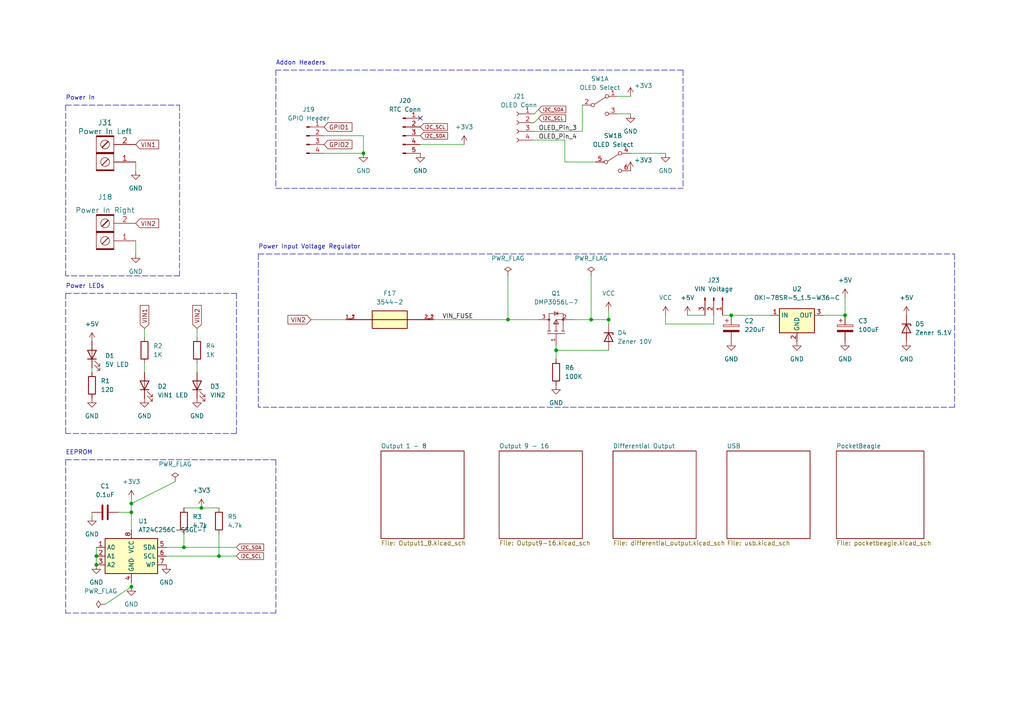
<source format=kicad_sch>
(kicad_sch (version 20211123) (generator eeschema)

  (uuid 6ef8466c-7e88-4168-885c-fe5fcf83cbb9)

  (paper "A4")

  (lib_symbols
    (symbol "3544-2:3544-2" (pin_names (offset 1.016) hide) (in_bom yes) (on_board yes)
      (property "Reference" "F" (id 0) (at -5.08 3.302 0)
        (effects (font (size 1.27 1.27)) (justify left bottom))
      )
      (property "Value" "3544-2" (id 1) (at -5.08 -5.08 0)
        (effects (font (size 1.27 1.27)) (justify left bottom))
      )
      (property "Footprint" "FUSE_3544-2" (id 2) (at 0 0 0)
        (effects (font (size 1.27 1.27)) (justify left bottom) hide)
      )
      (property "Datasheet" "" (id 3) (at 0 0 0)
        (effects (font (size 1.27 1.27)) (justify left bottom) hide)
      )
      (property "STANDARD" "Manufacturer Recommendation" (id 4) (at 0 0 0)
        (effects (font (size 1.27 1.27)) (justify left bottom) hide)
      )
      (property "MANUFACTURER" "Keystone" (id 5) (at 0 0 0)
        (effects (font (size 1.27 1.27)) (justify left bottom) hide)
      )
      (property "ki_locked" "" (id 6) (at 0 0 0)
        (effects (font (size 1.27 1.27)))
      )
      (symbol "3544-2_0_0"
        (rectangle (start -5.08 -2.54) (end 5.08 2.54)
          (stroke (width 0.254) (type default) (color 0 0 0 0))
          (fill (type background))
        )
        (polyline
          (pts
            (xy -12.7 0)
            (xy 12.7 0)
          )
          (stroke (width 0.254) (type default) (color 0 0 0 0))
          (fill (type none))
        )
        (pin passive line (at -12.7 0 0) (length 2.54)
          (name "~" (effects (font (size 1.016 1.016))))
          (number "1_1" (effects (font (size 1.016 1.016))))
        )
        (pin passive line (at -12.7 0 0) (length 2.54)
          (name "~" (effects (font (size 1.016 1.016))))
          (number "1_2" (effects (font (size 1.016 1.016))))
        )
        (pin passive line (at 12.7 0 180) (length 2.54)
          (name "~" (effects (font (size 1.016 1.016))))
          (number "2_1" (effects (font (size 1.016 1.016))))
        )
        (pin passive line (at 12.7 0 180) (length 2.54)
          (name "~" (effects (font (size 1.016 1.016))))
          (number "2_2" (effects (font (size 1.016 1.016))))
        )
      )
    )
    (symbol "Barrier_Blocks:BARRIER_BLOCK_1ROW_2POS" (pin_names (offset 1.016) hide) (in_bom yes) (on_board yes)
      (property "Reference" "TB" (id 0) (at 0.127 -6.731 0)
        (effects (font (size 1.524 1.524)))
      )
      (property "Value" "BARRIER_BLOCK_1ROW_2POS" (id 1) (at 0.254 6.35 0)
        (effects (font (size 1.524 1.524)))
      )
      (property "Footprint" "" (id 2) (at 0 0 0)
        (effects (font (size 1.524 1.524)))
      )
      (property "Datasheet" "" (id 3) (at 0 0 0)
        (effects (font (size 1.524 1.524)))
      )
      (property "ki_keywords" "CONN BARRIER SCREW TERMINAL" (id 4) (at 0 0 0)
        (effects (font (size 1.27 1.27)) hide)
      )
      (property "ki_description" "2 Term, 1 Row Barrier Block" (id 5) (at 0 0 0)
        (effects (font (size 1.27 1.27)) hide)
      )
      (symbol "BARRIER_BLOCK_1ROW_2POS_0_1"
        (rectangle (start -2.54 5.08) (end 2.54 -5.08)
          (stroke (width 0) (type default) (color 0 0 0 0))
          (fill (type none))
        )
        (circle (center 0 -2.54) (radius 1.27)
          (stroke (width 0) (type default) (color 0 0 0 0))
          (fill (type none))
        )
        (polyline
          (pts
            (xy -2.54 -4.699)
            (xy -2.54 -5.08)
            (xy 2.54 -5.08)
            (xy 2.54 -4.699)
          )
          (stroke (width 0) (type default) (color 0 0 0 0))
          (fill (type outline))
        )
        (polyline
          (pts
            (xy -2.54 0.254)
            (xy -2.54 -0.254)
            (xy 2.54 -0.254)
            (xy 2.54 0.254)
          )
          (stroke (width 0) (type default) (color 0 0 0 0))
          (fill (type outline))
        )
        (polyline
          (pts
            (xy -2.54 4.699)
            (xy -2.54 5.08)
            (xy 2.54 5.08)
            (xy 2.54 4.699)
          )
          (stroke (width 0) (type default) (color 0 0 0 0))
          (fill (type outline))
        )
        (polyline
          (pts
            (xy -0.8382 -3.5052)
            (xy -0.9652 -3.3782)
            (xy 0.8128 -1.6002)
            (xy 0.9652 -1.7018)
            (xy -0.8382 -3.5052)
          )
          (stroke (width 0) (type default) (color 0 0 0 0))
          (fill (type outline))
        )
        (polyline
          (pts
            (xy -0.8382 1.5748)
            (xy -0.9652 1.6764)
            (xy -0.0508 2.5908)
            (xy 0.8382 3.4798)
            (xy 0.9652 3.3528)
            (xy 0.9652 3.3528)
          )
          (stroke (width 0) (type default) (color 0 0 0 0))
          (fill (type outline))
        )
        (circle (center 0 2.54) (radius 1.27)
          (stroke (width 0) (type default) (color 0 0 0 0))
          (fill (type none))
        )
      )
      (symbol "BARRIER_BLOCK_1ROW_2POS_1_1"
        (pin passive line (at -8.89 2.54 0) (length 6.35)
          (name "P1" (effects (font (size 1.524 1.524))))
          (number "1" (effects (font (size 1.524 1.524))))
        )
        (pin passive line (at -8.89 -2.54 0) (length 6.35)
          (name "P2" (effects (font (size 1.524 1.524))))
          (number "2" (effects (font (size 1.524 1.524))))
        )
      )
    )
    (symbol "Connector:Conn_01x03_Male" (pin_names (offset 1.016) hide) (in_bom yes) (on_board yes)
      (property "Reference" "J" (id 0) (at 0 5.08 0)
        (effects (font (size 1.27 1.27)))
      )
      (property "Value" "Conn_01x03_Male" (id 1) (at 0 -5.08 0)
        (effects (font (size 1.27 1.27)))
      )
      (property "Footprint" "" (id 2) (at 0 0 0)
        (effects (font (size 1.27 1.27)) hide)
      )
      (property "Datasheet" "~" (id 3) (at 0 0 0)
        (effects (font (size 1.27 1.27)) hide)
      )
      (property "ki_keywords" "connector" (id 4) (at 0 0 0)
        (effects (font (size 1.27 1.27)) hide)
      )
      (property "ki_description" "Generic connector, single row, 01x03, script generated (kicad-library-utils/schlib/autogen/connector/)" (id 5) (at 0 0 0)
        (effects (font (size 1.27 1.27)) hide)
      )
      (property "ki_fp_filters" "Connector*:*_1x??_*" (id 6) (at 0 0 0)
        (effects (font (size 1.27 1.27)) hide)
      )
      (symbol "Conn_01x03_Male_1_1"
        (polyline
          (pts
            (xy 1.27 -2.54)
            (xy 0.8636 -2.54)
          )
          (stroke (width 0.1524) (type default) (color 0 0 0 0))
          (fill (type none))
        )
        (polyline
          (pts
            (xy 1.27 0)
            (xy 0.8636 0)
          )
          (stroke (width 0.1524) (type default) (color 0 0 0 0))
          (fill (type none))
        )
        (polyline
          (pts
            (xy 1.27 2.54)
            (xy 0.8636 2.54)
          )
          (stroke (width 0.1524) (type default) (color 0 0 0 0))
          (fill (type none))
        )
        (rectangle (start 0.8636 -2.413) (end 0 -2.667)
          (stroke (width 0.1524) (type default) (color 0 0 0 0))
          (fill (type outline))
        )
        (rectangle (start 0.8636 0.127) (end 0 -0.127)
          (stroke (width 0.1524) (type default) (color 0 0 0 0))
          (fill (type outline))
        )
        (rectangle (start 0.8636 2.667) (end 0 2.413)
          (stroke (width 0.1524) (type default) (color 0 0 0 0))
          (fill (type outline))
        )
        (pin passive line (at 5.08 2.54 180) (length 3.81)
          (name "Pin_1" (effects (font (size 1.27 1.27))))
          (number "1" (effects (font (size 1.27 1.27))))
        )
        (pin passive line (at 5.08 0 180) (length 3.81)
          (name "Pin_2" (effects (font (size 1.27 1.27))))
          (number "2" (effects (font (size 1.27 1.27))))
        )
        (pin passive line (at 5.08 -2.54 180) (length 3.81)
          (name "Pin_3" (effects (font (size 1.27 1.27))))
          (number "3" (effects (font (size 1.27 1.27))))
        )
      )
    )
    (symbol "Connector:Conn_01x04_Female" (pin_names (offset 1.016) hide) (in_bom yes) (on_board yes)
      (property "Reference" "J" (id 0) (at 0 5.08 0)
        (effects (font (size 1.27 1.27)))
      )
      (property "Value" "Conn_01x04_Female" (id 1) (at 0 -7.62 0)
        (effects (font (size 1.27 1.27)))
      )
      (property "Footprint" "" (id 2) (at 0 0 0)
        (effects (font (size 1.27 1.27)) hide)
      )
      (property "Datasheet" "~" (id 3) (at 0 0 0)
        (effects (font (size 1.27 1.27)) hide)
      )
      (property "ki_keywords" "connector" (id 4) (at 0 0 0)
        (effects (font (size 1.27 1.27)) hide)
      )
      (property "ki_description" "Generic connector, single row, 01x04, script generated (kicad-library-utils/schlib/autogen/connector/)" (id 5) (at 0 0 0)
        (effects (font (size 1.27 1.27)) hide)
      )
      (property "ki_fp_filters" "Connector*:*_1x??_*" (id 6) (at 0 0 0)
        (effects (font (size 1.27 1.27)) hide)
      )
      (symbol "Conn_01x04_Female_1_1"
        (arc (start 0 -4.572) (mid -0.508 -5.08) (end 0 -5.588)
          (stroke (width 0.1524) (type default) (color 0 0 0 0))
          (fill (type none))
        )
        (arc (start 0 -2.032) (mid -0.508 -2.54) (end 0 -3.048)
          (stroke (width 0.1524) (type default) (color 0 0 0 0))
          (fill (type none))
        )
        (polyline
          (pts
            (xy -1.27 -5.08)
            (xy -0.508 -5.08)
          )
          (stroke (width 0.1524) (type default) (color 0 0 0 0))
          (fill (type none))
        )
        (polyline
          (pts
            (xy -1.27 -2.54)
            (xy -0.508 -2.54)
          )
          (stroke (width 0.1524) (type default) (color 0 0 0 0))
          (fill (type none))
        )
        (polyline
          (pts
            (xy -1.27 0)
            (xy -0.508 0)
          )
          (stroke (width 0.1524) (type default) (color 0 0 0 0))
          (fill (type none))
        )
        (polyline
          (pts
            (xy -1.27 2.54)
            (xy -0.508 2.54)
          )
          (stroke (width 0.1524) (type default) (color 0 0 0 0))
          (fill (type none))
        )
        (arc (start 0 0.508) (mid -0.508 0) (end 0 -0.508)
          (stroke (width 0.1524) (type default) (color 0 0 0 0))
          (fill (type none))
        )
        (arc (start 0 3.048) (mid -0.508 2.54) (end 0 2.032)
          (stroke (width 0.1524) (type default) (color 0 0 0 0))
          (fill (type none))
        )
        (pin passive line (at -5.08 2.54 0) (length 3.81)
          (name "Pin_1" (effects (font (size 1.27 1.27))))
          (number "1" (effects (font (size 1.27 1.27))))
        )
        (pin passive line (at -5.08 0 0) (length 3.81)
          (name "Pin_2" (effects (font (size 1.27 1.27))))
          (number "2" (effects (font (size 1.27 1.27))))
        )
        (pin passive line (at -5.08 -2.54 0) (length 3.81)
          (name "Pin_3" (effects (font (size 1.27 1.27))))
          (number "3" (effects (font (size 1.27 1.27))))
        )
        (pin passive line (at -5.08 -5.08 0) (length 3.81)
          (name "Pin_4" (effects (font (size 1.27 1.27))))
          (number "4" (effects (font (size 1.27 1.27))))
        )
      )
    )
    (symbol "Connector:Conn_01x04_Male" (pin_names (offset 1.016) hide) (in_bom yes) (on_board yes)
      (property "Reference" "J" (id 0) (at 0 5.08 0)
        (effects (font (size 1.27 1.27)))
      )
      (property "Value" "Conn_01x04_Male" (id 1) (at 0 -7.62 0)
        (effects (font (size 1.27 1.27)))
      )
      (property "Footprint" "" (id 2) (at 0 0 0)
        (effects (font (size 1.27 1.27)) hide)
      )
      (property "Datasheet" "~" (id 3) (at 0 0 0)
        (effects (font (size 1.27 1.27)) hide)
      )
      (property "ki_keywords" "connector" (id 4) (at 0 0 0)
        (effects (font (size 1.27 1.27)) hide)
      )
      (property "ki_description" "Generic connector, single row, 01x04, script generated (kicad-library-utils/schlib/autogen/connector/)" (id 5) (at 0 0 0)
        (effects (font (size 1.27 1.27)) hide)
      )
      (property "ki_fp_filters" "Connector*:*_1x??_*" (id 6) (at 0 0 0)
        (effects (font (size 1.27 1.27)) hide)
      )
      (symbol "Conn_01x04_Male_1_1"
        (polyline
          (pts
            (xy 1.27 -5.08)
            (xy 0.8636 -5.08)
          )
          (stroke (width 0.1524) (type default) (color 0 0 0 0))
          (fill (type none))
        )
        (polyline
          (pts
            (xy 1.27 -2.54)
            (xy 0.8636 -2.54)
          )
          (stroke (width 0.1524) (type default) (color 0 0 0 0))
          (fill (type none))
        )
        (polyline
          (pts
            (xy 1.27 0)
            (xy 0.8636 0)
          )
          (stroke (width 0.1524) (type default) (color 0 0 0 0))
          (fill (type none))
        )
        (polyline
          (pts
            (xy 1.27 2.54)
            (xy 0.8636 2.54)
          )
          (stroke (width 0.1524) (type default) (color 0 0 0 0))
          (fill (type none))
        )
        (rectangle (start 0.8636 -4.953) (end 0 -5.207)
          (stroke (width 0.1524) (type default) (color 0 0 0 0))
          (fill (type outline))
        )
        (rectangle (start 0.8636 -2.413) (end 0 -2.667)
          (stroke (width 0.1524) (type default) (color 0 0 0 0))
          (fill (type outline))
        )
        (rectangle (start 0.8636 0.127) (end 0 -0.127)
          (stroke (width 0.1524) (type default) (color 0 0 0 0))
          (fill (type outline))
        )
        (rectangle (start 0.8636 2.667) (end 0 2.413)
          (stroke (width 0.1524) (type default) (color 0 0 0 0))
          (fill (type outline))
        )
        (pin passive line (at 5.08 2.54 180) (length 3.81)
          (name "Pin_1" (effects (font (size 1.27 1.27))))
          (number "1" (effects (font (size 1.27 1.27))))
        )
        (pin passive line (at 5.08 0 180) (length 3.81)
          (name "Pin_2" (effects (font (size 1.27 1.27))))
          (number "2" (effects (font (size 1.27 1.27))))
        )
        (pin passive line (at 5.08 -2.54 180) (length 3.81)
          (name "Pin_3" (effects (font (size 1.27 1.27))))
          (number "3" (effects (font (size 1.27 1.27))))
        )
        (pin passive line (at 5.08 -5.08 180) (length 3.81)
          (name "Pin_4" (effects (font (size 1.27 1.27))))
          (number "4" (effects (font (size 1.27 1.27))))
        )
      )
    )
    (symbol "Connector:Conn_01x05_Male" (pin_names (offset 1.016) hide) (in_bom yes) (on_board yes)
      (property "Reference" "J" (id 0) (at 0 7.62 0)
        (effects (font (size 1.27 1.27)))
      )
      (property "Value" "Conn_01x05_Male" (id 1) (at 0 -7.62 0)
        (effects (font (size 1.27 1.27)))
      )
      (property "Footprint" "" (id 2) (at 0 0 0)
        (effects (font (size 1.27 1.27)) hide)
      )
      (property "Datasheet" "~" (id 3) (at 0 0 0)
        (effects (font (size 1.27 1.27)) hide)
      )
      (property "ki_keywords" "connector" (id 4) (at 0 0 0)
        (effects (font (size 1.27 1.27)) hide)
      )
      (property "ki_description" "Generic connector, single row, 01x05, script generated (kicad-library-utils/schlib/autogen/connector/)" (id 5) (at 0 0 0)
        (effects (font (size 1.27 1.27)) hide)
      )
      (property "ki_fp_filters" "Connector*:*_1x??_*" (id 6) (at 0 0 0)
        (effects (font (size 1.27 1.27)) hide)
      )
      (symbol "Conn_01x05_Male_1_1"
        (polyline
          (pts
            (xy 1.27 -5.08)
            (xy 0.8636 -5.08)
          )
          (stroke (width 0.1524) (type default) (color 0 0 0 0))
          (fill (type none))
        )
        (polyline
          (pts
            (xy 1.27 -2.54)
            (xy 0.8636 -2.54)
          )
          (stroke (width 0.1524) (type default) (color 0 0 0 0))
          (fill (type none))
        )
        (polyline
          (pts
            (xy 1.27 0)
            (xy 0.8636 0)
          )
          (stroke (width 0.1524) (type default) (color 0 0 0 0))
          (fill (type none))
        )
        (polyline
          (pts
            (xy 1.27 2.54)
            (xy 0.8636 2.54)
          )
          (stroke (width 0.1524) (type default) (color 0 0 0 0))
          (fill (type none))
        )
        (polyline
          (pts
            (xy 1.27 5.08)
            (xy 0.8636 5.08)
          )
          (stroke (width 0.1524) (type default) (color 0 0 0 0))
          (fill (type none))
        )
        (rectangle (start 0.8636 -4.953) (end 0 -5.207)
          (stroke (width 0.1524) (type default) (color 0 0 0 0))
          (fill (type outline))
        )
        (rectangle (start 0.8636 -2.413) (end 0 -2.667)
          (stroke (width 0.1524) (type default) (color 0 0 0 0))
          (fill (type outline))
        )
        (rectangle (start 0.8636 0.127) (end 0 -0.127)
          (stroke (width 0.1524) (type default) (color 0 0 0 0))
          (fill (type outline))
        )
        (rectangle (start 0.8636 2.667) (end 0 2.413)
          (stroke (width 0.1524) (type default) (color 0 0 0 0))
          (fill (type outline))
        )
        (rectangle (start 0.8636 5.207) (end 0 4.953)
          (stroke (width 0.1524) (type default) (color 0 0 0 0))
          (fill (type outline))
        )
        (pin passive line (at 5.08 5.08 180) (length 3.81)
          (name "Pin_1" (effects (font (size 1.27 1.27))))
          (number "1" (effects (font (size 1.27 1.27))))
        )
        (pin passive line (at 5.08 2.54 180) (length 3.81)
          (name "Pin_2" (effects (font (size 1.27 1.27))))
          (number "2" (effects (font (size 1.27 1.27))))
        )
        (pin passive line (at 5.08 0 180) (length 3.81)
          (name "Pin_3" (effects (font (size 1.27 1.27))))
          (number "3" (effects (font (size 1.27 1.27))))
        )
        (pin passive line (at 5.08 -2.54 180) (length 3.81)
          (name "Pin_4" (effects (font (size 1.27 1.27))))
          (number "4" (effects (font (size 1.27 1.27))))
        )
        (pin passive line (at 5.08 -5.08 180) (length 3.81)
          (name "Pin_5" (effects (font (size 1.27 1.27))))
          (number "5" (effects (font (size 1.27 1.27))))
        )
      )
    )
    (symbol "Converter_DCDC:OKI-78SR-5_1.5-W36-C" (in_bom yes) (on_board yes)
      (property "Reference" "U" (id 0) (at -3.81 3.175 0)
        (effects (font (size 1.27 1.27)))
      )
      (property "Value" "OKI-78SR-5_1.5-W36-C" (id 1) (at 0 3.175 0)
        (effects (font (size 1.27 1.27)) (justify left))
      )
      (property "Footprint" "Converter_DCDC:Converter_DCDC_Murata_OKI-78SR_Vertical" (id 2) (at 1.27 -6.35 0)
        (effects (font (size 1.27 1.27) italic) (justify left) hide)
      )
      (property "Datasheet" "https://power.murata.com/data/power/oki-78sr.pdf" (id 3) (at 0 0 0)
        (effects (font (size 1.27 1.27)) hide)
      )
      (property "ki_keywords" "dc-dc murata Step-Down DC/DC-Regulator" (id 4) (at 0 0 0)
        (effects (font (size 1.27 1.27)) hide)
      )
      (property "ki_description" "1.5A Step-Down DC/DC-Regulator, 7-36V input, 5V fixed Output Voltage, LM78xx replacement, -40°C to +85°C, OKI-78SR_Vertical" (id 5) (at 0 0 0)
        (effects (font (size 1.27 1.27)) hide)
      )
      (property "ki_fp_filters" "Converter*DCDC*Murata*OKI*78SR*Vertical*" (id 6) (at 0 0 0)
        (effects (font (size 1.27 1.27)) hide)
      )
      (symbol "OKI-78SR-5_1.5-W36-C_0_1"
        (rectangle (start -5.08 1.905) (end 5.08 -5.08)
          (stroke (width 0.254) (type default) (color 0 0 0 0))
          (fill (type background))
        )
      )
      (symbol "OKI-78SR-5_1.5-W36-C_1_1"
        (pin power_in line (at -7.62 0 0) (length 2.54)
          (name "IN" (effects (font (size 1.27 1.27))))
          (number "1" (effects (font (size 1.27 1.27))))
        )
        (pin power_in line (at 0 -7.62 90) (length 2.54)
          (name "GND" (effects (font (size 1.27 1.27))))
          (number "2" (effects (font (size 1.27 1.27))))
        )
        (pin power_out line (at 7.62 0 180) (length 2.54)
          (name "OUT" (effects (font (size 1.27 1.27))))
          (number "3" (effects (font (size 1.27 1.27))))
        )
      )
    )
    (symbol "DMP3056L7:DMP3056L-7" (pin_names (offset 1.016)) (in_bom yes) (on_board yes)
      (property "Reference" "Q" (id 0) (at 0 7.62 0)
        (effects (font (size 1.27 1.27)) (justify left))
      )
      (property "Value" "DMP3056L-7" (id 1) (at 0 10.16 0)
        (effects (font (size 1.27 1.27)) (justify left))
      )
      (property "Footprint" "Diodes_Inc.-SOT23-01_2017-0-*" (id 2) (at 0 12.7 0)
        (effects (font (size 1.27 1.27)) (justify left) hide)
      )
      (property "Datasheet" "https://www.diodes.com/assets/Datasheets/DMP3056L.pdf" (id 3) (at 0 15.24 0)
        (effects (font (size 1.27 1.27)) (justify left) hide)
      )
      (property "automotive" "No" (id 4) (at 0 17.78 0)
        (effects (font (size 1.27 1.27)) (justify left) hide)
      )
      (property "automotive grade" "NA" (id 5) (at 0 20.32 0)
        (effects (font (size 1.27 1.27)) (justify left) hide)
      )
      (property "category" "Trans" (id 6) (at 0 22.86 0)
        (effects (font (size 1.27 1.27)) (justify left) hide)
      )
      (property "continuous drain current" "-4.3A" (id 7) (at 0 25.4 0)
        (effects (font (size 1.27 1.27)) (justify left) hide)
      )
      (property "depletion mode" "False" (id 8) (at 0 27.94 0)
        (effects (font (size 1.27 1.27)) (justify left) hide)
      )
      (property "device class L1" "Discrete Semiconductors" (id 9) (at 0 30.48 0)
        (effects (font (size 1.27 1.27)) (justify left) hide)
      )
      (property "device class L2" "Transistors" (id 10) (at 0 33.02 0)
        (effects (font (size 1.27 1.27)) (justify left) hide)
      )
      (property "device class L3" "MOSFETs" (id 11) (at 0 35.56 0)
        (effects (font (size 1.27 1.27)) (justify left) hide)
      )
      (property "digikey description" "MOSFET P-CH 30V 4.3A SOT23" (id 12) (at 0 38.1 0)
        (effects (font (size 1.27 1.27)) (justify left) hide)
      )
      (property "digikey part number" "DMP3056L-7DICT-ND" (id 13) (at 0 40.64 0)
        (effects (font (size 1.27 1.27)) (justify left) hide)
      )
      (property "drain to source breakdown voltage" "-30V" (id 14) (at 0 43.18 0)
        (effects (font (size 1.27 1.27)) (justify left) hide)
      )
      (property "drain to source resistance" "35mΩ" (id 15) (at 0 45.72 0)
        (effects (font (size 1.27 1.27)) (justify left) hide)
      )
      (property "drain to source voltage" "-30V" (id 16) (at 0 48.26 0)
        (effects (font (size 1.27 1.27)) (justify left) hide)
      )
      (property "footprint url" "https://www.diodes.com/assets/Package-Files/SOT23.pdf" (id 17) (at 0 50.8 0)
        (effects (font (size 1.27 1.27)) (justify left) hide)
      )
      (property "gate charge at vgs" "11.8nC @ -10V" (id 18) (at 0 53.34 0)
        (effects (font (size 1.27 1.27)) (justify left) hide)
      )
      (property "gate to source voltage" "25V" (id 19) (at 0 55.88 0)
        (effects (font (size 1.27 1.27)) (justify left) hide)
      )
      (property "height" "1.1mm" (id 20) (at 0 58.42 0)
        (effects (font (size 1.27 1.27)) (justify left) hide)
      )
      (property "input capacitace at vds" "642pF @ -25V" (id 21) (at 0 60.96 0)
        (effects (font (size 1.27 1.27)) (justify left) hide)
      )
      (property "lead free" "Yes" (id 22) (at 0 63.5 0)
        (effects (font (size 1.27 1.27)) (justify left) hide)
      )
      (property "library id" "5b48d4face2c408a" (id 23) (at 0 66.04 0)
        (effects (font (size 1.27 1.27)) (justify left) hide)
      )
      (property "manufacturer" "Diodes Inc." (id 24) (at 0 68.58 0)
        (effects (font (size 1.27 1.27)) (justify left) hide)
      )
      (property "max forward diode voltage" "-1.2V" (id 25) (at 0 71.12 0)
        (effects (font (size 1.27 1.27)) (justify left) hide)
      )
      (property "max junction temp" "+150°C" (id 26) (at 0 73.66 0)
        (effects (font (size 1.27 1.27)) (justify left) hide)
      )
      (property "mouser description" "MOSFET 30V P-Ch Enh Mode 50mOhm -10Vgs -4.3A" (id 27) (at 0 76.2 0)
        (effects (font (size 1.27 1.27)) (justify left) hide)
      )
      (property "mouser part number" "621-DMP3056L-7" (id 28) (at 0 78.74 0)
        (effects (font (size 1.27 1.27)) (justify left) hide)
      )
      (property "number of P channels" "1" (id 29) (at 0 81.28 0)
        (effects (font (size 1.27 1.27)) (justify left) hide)
      )
      (property "number of channels" "1" (id 30) (at 0 83.82 0)
        (effects (font (size 1.27 1.27)) (justify left) hide)
      )
      (property "package" "SOT23" (id 31) (at 0 86.36 0)
        (effects (font (size 1.27 1.27)) (justify left) hide)
      )
      (property "power dissipation" "1.38W" (id 32) (at 0 88.9 0)
        (effects (font (size 1.27 1.27)) (justify left) hide)
      )
      (property "pulse drain current" "-20A" (id 33) (at 0 91.44 0)
        (effects (font (size 1.27 1.27)) (justify left) hide)
      )
      (property "rohs" "Yes" (id 34) (at 0 93.98 0)
        (effects (font (size 1.27 1.27)) (justify left) hide)
      )
      (property "rthja max" "91°C/W" (id 35) (at 0 96.52 0)
        (effects (font (size 1.27 1.27)) (justify left) hide)
      )
      (property "standoff height" "0.013mm" (id 36) (at 0 99.06 0)
        (effects (font (size 1.27 1.27)) (justify left) hide)
      )
      (property "temperature range high" "+150°C" (id 37) (at 0 101.6 0)
        (effects (font (size 1.27 1.27)) (justify left) hide)
      )
      (property "temperature range low" "-55°C" (id 38) (at 0 104.14 0)
        (effects (font (size 1.27 1.27)) (justify left) hide)
      )
      (property "threshold vgs max" "-2.1V" (id 39) (at 0 106.68 0)
        (effects (font (size 1.27 1.27)) (justify left) hide)
      )
      (property "threshold vgs min" "-1V" (id 40) (at 0 109.22 0)
        (effects (font (size 1.27 1.27)) (justify left) hide)
      )
      (property "turn off delay time" "35.2ns" (id 41) (at 0 111.76 0)
        (effects (font (size 1.27 1.27)) (justify left) hide)
      )
      (property "turn on delay time" "4.9ns" (id 42) (at 0 114.3 0)
        (effects (font (size 1.27 1.27)) (justify left) hide)
      )
      (property "ki_locked" "" (id 43) (at 0 0 0)
        (effects (font (size 1.27 1.27)))
      )
      (property "ki_description" "DMP3056L-7" (id 44) (at 0 0 0)
        (effects (font (size 1.27 1.27)) hide)
      )
      (symbol "DMP3056L-7_1_1"
        (polyline
          (pts
            (xy 6.096 -2.54)
            (xy 6.096 2.54)
          )
          (stroke (width 0) (type default) (color 0 0 0 0))
          (fill (type none))
        )
        (polyline
          (pts
            (xy 6.858 -2.032)
            (xy 10.16 -2.032)
          )
          (stroke (width 0) (type default) (color 0 0 0 0))
          (fill (type none))
        )
        (polyline
          (pts
            (xy 6.858 -1.524)
            (xy 6.858 -2.54)
          )
          (stroke (width 0) (type default) (color 0 0 0 0))
          (fill (type none))
        )
        (polyline
          (pts
            (xy 6.858 0.508)
            (xy 6.858 -0.508)
          )
          (stroke (width 0) (type default) (color 0 0 0 0))
          (fill (type none))
        )
        (polyline
          (pts
            (xy 6.858 1.524)
            (xy 6.858 2.54)
          )
          (stroke (width 0) (type default) (color 0 0 0 0))
          (fill (type none))
        )
        (polyline
          (pts
            (xy 6.858 2.032)
            (xy 10.16 2.032)
          )
          (stroke (width 0) (type default) (color 0 0 0 0))
          (fill (type none))
        )
        (polyline
          (pts
            (xy 8.89 -0.762)
            (xy 8.89 0.762)
          )
          (stroke (width 0) (type default) (color 0 0 0 0))
          (fill (type none))
        )
        (polyline
          (pts
            (xy 9.144 -0.254)
            (xy 9.144 0.508)
          )
          (stroke (width 0) (type default) (color 0 0 0 0))
          (fill (type none))
        )
        (polyline
          (pts
            (xy 9.906 0)
            (xy 6.858 0)
          )
          (stroke (width 0) (type default) (color 0 0 0 0))
          (fill (type none))
        )
        (polyline
          (pts
            (xy 10.16 -2.032)
            (xy 11.938 -2.032)
          )
          (stroke (width 0) (type default) (color 0 0 0 0))
          (fill (type none))
        )
        (polyline
          (pts
            (xy 10.16 0)
            (xy 8.89 -0.762)
          )
          (stroke (width 0) (type default) (color 0 0 0 0))
          (fill (type none))
        )
        (polyline
          (pts
            (xy 10.16 0)
            (xy 8.89 0.762)
          )
          (stroke (width 0) (type default) (color 0 0 0 0))
          (fill (type none))
        )
        (polyline
          (pts
            (xy 11.43 0.508)
            (xy 11.938 -0.508)
          )
          (stroke (width 0) (type default) (color 0 0 0 0))
          (fill (type none))
        )
        (polyline
          (pts
            (xy 11.938 -0.508)
            (xy 11.43 -0.508)
          )
          (stroke (width 0) (type default) (color 0 0 0 0))
          (fill (type none))
        )
        (polyline
          (pts
            (xy 11.938 -0.508)
            (xy 12.446 -0.508)
          )
          (stroke (width 0) (type default) (color 0 0 0 0))
          (fill (type none))
        )
        (polyline
          (pts
            (xy 11.938 -0.508)
            (xy 12.446 0.508)
          )
          (stroke (width 0) (type default) (color 0 0 0 0))
          (fill (type none))
        )
        (polyline
          (pts
            (xy 11.938 2.032)
            (xy 10.16 2.032)
          )
          (stroke (width 0) (type default) (color 0 0 0 0))
          (fill (type none))
        )
        (polyline
          (pts
            (xy 11.938 2.032)
            (xy 11.938 -2.032)
          )
          (stroke (width 0) (type default) (color 0 0 0 0))
          (fill (type none))
        )
        (polyline
          (pts
            (xy 12.446 0.508)
            (xy 11.43 0.508)
          )
          (stroke (width 0) (type default) (color 0 0 0 0))
          (fill (type none))
        )
        (circle (center 10.16 -2.032) (radius 0.254)
          (stroke (width 0) (type default) (color 0 0 0 0))
          (fill (type none))
        )
        (circle (center 10.16 2.032) (radius 0.254)
          (stroke (width 0) (type default) (color 0 0 0 0))
          (fill (type none))
        )
        (pin passive line (at 2.54 0 0) (length 3.556)
          (name "G" (effects (font (size 0 0))))
          (number "1" (effects (font (size 1.016 1.016))))
        )
        (pin passive line (at 10.16 -5.08 90) (length 5.08)
          (name "S" (effects (font (size 0 0))))
          (number "2" (effects (font (size 1.016 1.016))))
        )
        (pin passive line (at 10.16 5.08 270) (length 3.048)
          (name "D" (effects (font (size 0 0))))
          (number "3" (effects (font (size 1.016 1.016))))
        )
      )
    )
    (symbol "Device:C" (pin_numbers hide) (pin_names (offset 0.254)) (in_bom yes) (on_board yes)
      (property "Reference" "C" (id 0) (at 0.635 2.54 0)
        (effects (font (size 1.27 1.27)) (justify left))
      )
      (property "Value" "C" (id 1) (at 0.635 -2.54 0)
        (effects (font (size 1.27 1.27)) (justify left))
      )
      (property "Footprint" "" (id 2) (at 0.9652 -3.81 0)
        (effects (font (size 1.27 1.27)) hide)
      )
      (property "Datasheet" "~" (id 3) (at 0 0 0)
        (effects (font (size 1.27 1.27)) hide)
      )
      (property "ki_keywords" "cap capacitor" (id 4) (at 0 0 0)
        (effects (font (size 1.27 1.27)) hide)
      )
      (property "ki_description" "Unpolarized capacitor" (id 5) (at 0 0 0)
        (effects (font (size 1.27 1.27)) hide)
      )
      (property "ki_fp_filters" "C_*" (id 6) (at 0 0 0)
        (effects (font (size 1.27 1.27)) hide)
      )
      (symbol "C_0_1"
        (polyline
          (pts
            (xy -2.032 -0.762)
            (xy 2.032 -0.762)
          )
          (stroke (width 0.508) (type default) (color 0 0 0 0))
          (fill (type none))
        )
        (polyline
          (pts
            (xy -2.032 0.762)
            (xy 2.032 0.762)
          )
          (stroke (width 0.508) (type default) (color 0 0 0 0))
          (fill (type none))
        )
      )
      (symbol "C_1_1"
        (pin passive line (at 0 3.81 270) (length 2.794)
          (name "~" (effects (font (size 1.27 1.27))))
          (number "1" (effects (font (size 1.27 1.27))))
        )
        (pin passive line (at 0 -3.81 90) (length 2.794)
          (name "~" (effects (font (size 1.27 1.27))))
          (number "2" (effects (font (size 1.27 1.27))))
        )
      )
    )
    (symbol "Device:C_Polarized" (pin_numbers hide) (pin_names (offset 0.254)) (in_bom yes) (on_board yes)
      (property "Reference" "C" (id 0) (at 0.635 2.54 0)
        (effects (font (size 1.27 1.27)) (justify left))
      )
      (property "Value" "C_Polarized" (id 1) (at 0.635 -2.54 0)
        (effects (font (size 1.27 1.27)) (justify left))
      )
      (property "Footprint" "" (id 2) (at 0.9652 -3.81 0)
        (effects (font (size 1.27 1.27)) hide)
      )
      (property "Datasheet" "~" (id 3) (at 0 0 0)
        (effects (font (size 1.27 1.27)) hide)
      )
      (property "ki_keywords" "cap capacitor" (id 4) (at 0 0 0)
        (effects (font (size 1.27 1.27)) hide)
      )
      (property "ki_description" "Polarized capacitor" (id 5) (at 0 0 0)
        (effects (font (size 1.27 1.27)) hide)
      )
      (property "ki_fp_filters" "CP_*" (id 6) (at 0 0 0)
        (effects (font (size 1.27 1.27)) hide)
      )
      (symbol "C_Polarized_0_1"
        (rectangle (start -2.286 0.508) (end 2.286 1.016)
          (stroke (width 0) (type default) (color 0 0 0 0))
          (fill (type none))
        )
        (polyline
          (pts
            (xy -1.778 2.286)
            (xy -0.762 2.286)
          )
          (stroke (width 0) (type default) (color 0 0 0 0))
          (fill (type none))
        )
        (polyline
          (pts
            (xy -1.27 2.794)
            (xy -1.27 1.778)
          )
          (stroke (width 0) (type default) (color 0 0 0 0))
          (fill (type none))
        )
        (rectangle (start 2.286 -0.508) (end -2.286 -1.016)
          (stroke (width 0) (type default) (color 0 0 0 0))
          (fill (type outline))
        )
      )
      (symbol "C_Polarized_1_1"
        (pin passive line (at 0 3.81 270) (length 2.794)
          (name "~" (effects (font (size 1.27 1.27))))
          (number "1" (effects (font (size 1.27 1.27))))
        )
        (pin passive line (at 0 -3.81 90) (length 2.794)
          (name "~" (effects (font (size 1.27 1.27))))
          (number "2" (effects (font (size 1.27 1.27))))
        )
      )
    )
    (symbol "Device:D_Zener" (pin_numbers hide) (pin_names (offset 1.016) hide) (in_bom yes) (on_board yes)
      (property "Reference" "D" (id 0) (at 0 2.54 0)
        (effects (font (size 1.27 1.27)))
      )
      (property "Value" "D_Zener" (id 1) (at 0 -2.54 0)
        (effects (font (size 1.27 1.27)))
      )
      (property "Footprint" "" (id 2) (at 0 0 0)
        (effects (font (size 1.27 1.27)) hide)
      )
      (property "Datasheet" "~" (id 3) (at 0 0 0)
        (effects (font (size 1.27 1.27)) hide)
      )
      (property "ki_keywords" "diode" (id 4) (at 0 0 0)
        (effects (font (size 1.27 1.27)) hide)
      )
      (property "ki_description" "Zener diode" (id 5) (at 0 0 0)
        (effects (font (size 1.27 1.27)) hide)
      )
      (property "ki_fp_filters" "TO-???* *_Diode_* *SingleDiode* D_*" (id 6) (at 0 0 0)
        (effects (font (size 1.27 1.27)) hide)
      )
      (symbol "D_Zener_0_1"
        (polyline
          (pts
            (xy 1.27 0)
            (xy -1.27 0)
          )
          (stroke (width 0) (type default) (color 0 0 0 0))
          (fill (type none))
        )
        (polyline
          (pts
            (xy -1.27 -1.27)
            (xy -1.27 1.27)
            (xy -0.762 1.27)
          )
          (stroke (width 0.254) (type default) (color 0 0 0 0))
          (fill (type none))
        )
        (polyline
          (pts
            (xy 1.27 -1.27)
            (xy 1.27 1.27)
            (xy -1.27 0)
            (xy 1.27 -1.27)
          )
          (stroke (width 0.254) (type default) (color 0 0 0 0))
          (fill (type none))
        )
      )
      (symbol "D_Zener_1_1"
        (pin passive line (at -3.81 0 0) (length 2.54)
          (name "K" (effects (font (size 1.27 1.27))))
          (number "1" (effects (font (size 1.27 1.27))))
        )
        (pin passive line (at 3.81 0 180) (length 2.54)
          (name "A" (effects (font (size 1.27 1.27))))
          (number "2" (effects (font (size 1.27 1.27))))
        )
      )
    )
    (symbol "Device:LED" (pin_numbers hide) (pin_names (offset 1.016) hide) (in_bom yes) (on_board yes)
      (property "Reference" "D" (id 0) (at 0 2.54 0)
        (effects (font (size 1.27 1.27)))
      )
      (property "Value" "LED" (id 1) (at 0 -2.54 0)
        (effects (font (size 1.27 1.27)))
      )
      (property "Footprint" "" (id 2) (at 0 0 0)
        (effects (font (size 1.27 1.27)) hide)
      )
      (property "Datasheet" "~" (id 3) (at 0 0 0)
        (effects (font (size 1.27 1.27)) hide)
      )
      (property "ki_keywords" "LED diode" (id 4) (at 0 0 0)
        (effects (font (size 1.27 1.27)) hide)
      )
      (property "ki_description" "Light emitting diode" (id 5) (at 0 0 0)
        (effects (font (size 1.27 1.27)) hide)
      )
      (property "ki_fp_filters" "LED* LED_SMD:* LED_THT:*" (id 6) (at 0 0 0)
        (effects (font (size 1.27 1.27)) hide)
      )
      (symbol "LED_0_1"
        (polyline
          (pts
            (xy -1.27 -1.27)
            (xy -1.27 1.27)
          )
          (stroke (width 0.254) (type default) (color 0 0 0 0))
          (fill (type none))
        )
        (polyline
          (pts
            (xy -1.27 0)
            (xy 1.27 0)
          )
          (stroke (width 0) (type default) (color 0 0 0 0))
          (fill (type none))
        )
        (polyline
          (pts
            (xy 1.27 -1.27)
            (xy 1.27 1.27)
            (xy -1.27 0)
            (xy 1.27 -1.27)
          )
          (stroke (width 0.254) (type default) (color 0 0 0 0))
          (fill (type none))
        )
        (polyline
          (pts
            (xy -3.048 -0.762)
            (xy -4.572 -2.286)
            (xy -3.81 -2.286)
            (xy -4.572 -2.286)
            (xy -4.572 -1.524)
          )
          (stroke (width 0) (type default) (color 0 0 0 0))
          (fill (type none))
        )
        (polyline
          (pts
            (xy -1.778 -0.762)
            (xy -3.302 -2.286)
            (xy -2.54 -2.286)
            (xy -3.302 -2.286)
            (xy -3.302 -1.524)
          )
          (stroke (width 0) (type default) (color 0 0 0 0))
          (fill (type none))
        )
      )
      (symbol "LED_1_1"
        (pin passive line (at -3.81 0 0) (length 2.54)
          (name "K" (effects (font (size 1.27 1.27))))
          (number "1" (effects (font (size 1.27 1.27))))
        )
        (pin passive line (at 3.81 0 180) (length 2.54)
          (name "A" (effects (font (size 1.27 1.27))))
          (number "2" (effects (font (size 1.27 1.27))))
        )
      )
    )
    (symbol "Device:R" (pin_numbers hide) (pin_names (offset 0)) (in_bom yes) (on_board yes)
      (property "Reference" "R" (id 0) (at 2.032 0 90)
        (effects (font (size 1.27 1.27)))
      )
      (property "Value" "R" (id 1) (at 0 0 90)
        (effects (font (size 1.27 1.27)))
      )
      (property "Footprint" "" (id 2) (at -1.778 0 90)
        (effects (font (size 1.27 1.27)) hide)
      )
      (property "Datasheet" "~" (id 3) (at 0 0 0)
        (effects (font (size 1.27 1.27)) hide)
      )
      (property "ki_keywords" "R res resistor" (id 4) (at 0 0 0)
        (effects (font (size 1.27 1.27)) hide)
      )
      (property "ki_description" "Resistor" (id 5) (at 0 0 0)
        (effects (font (size 1.27 1.27)) hide)
      )
      (property "ki_fp_filters" "R_*" (id 6) (at 0 0 0)
        (effects (font (size 1.27 1.27)) hide)
      )
      (symbol "R_0_1"
        (rectangle (start -1.016 -2.54) (end 1.016 2.54)
          (stroke (width 0.254) (type default) (color 0 0 0 0))
          (fill (type none))
        )
      )
      (symbol "R_1_1"
        (pin passive line (at 0 3.81 270) (length 1.27)
          (name "~" (effects (font (size 1.27 1.27))))
          (number "1" (effects (font (size 1.27 1.27))))
        )
        (pin passive line (at 0 -3.81 90) (length 1.27)
          (name "~" (effects (font (size 1.27 1.27))))
          (number "2" (effects (font (size 1.27 1.27))))
        )
      )
    )
    (symbol "Memory_EEPROM:24LC256" (in_bom yes) (on_board yes)
      (property "Reference" "U" (id 0) (at -6.35 6.35 0)
        (effects (font (size 1.27 1.27)))
      )
      (property "Value" "24LC256" (id 1) (at 1.27 6.35 0)
        (effects (font (size 1.27 1.27)) (justify left))
      )
      (property "Footprint" "" (id 2) (at 0 0 0)
        (effects (font (size 1.27 1.27)) hide)
      )
      (property "Datasheet" "http://ww1.microchip.com/downloads/en/devicedoc/21203m.pdf" (id 3) (at 0 0 0)
        (effects (font (size 1.27 1.27)) hide)
      )
      (property "ki_keywords" "I2C Serial EEPROM" (id 4) (at 0 0 0)
        (effects (font (size 1.27 1.27)) hide)
      )
      (property "ki_description" "I2C Serial EEPROM, 256Kb, DIP-8/SOIC-8/TSSOP-8/DFN-8" (id 5) (at 0 0 0)
        (effects (font (size 1.27 1.27)) hide)
      )
      (property "ki_fp_filters" "DIP*W7.62mm* SOIC*3.9x4.9mm* TSSOP*4.4x3mm*P0.65mm* DFN*3x2mm*P0.5mm*" (id 6) (at 0 0 0)
        (effects (font (size 1.27 1.27)) hide)
      )
      (symbol "24LC256_1_1"
        (rectangle (start -7.62 5.08) (end 7.62 -5.08)
          (stroke (width 0.254) (type default) (color 0 0 0 0))
          (fill (type background))
        )
        (pin input line (at -10.16 2.54 0) (length 2.54)
          (name "A0" (effects (font (size 1.27 1.27))))
          (number "1" (effects (font (size 1.27 1.27))))
        )
        (pin input line (at -10.16 0 0) (length 2.54)
          (name "A1" (effects (font (size 1.27 1.27))))
          (number "2" (effects (font (size 1.27 1.27))))
        )
        (pin input line (at -10.16 -2.54 0) (length 2.54)
          (name "A2" (effects (font (size 1.27 1.27))))
          (number "3" (effects (font (size 1.27 1.27))))
        )
        (pin power_in line (at 0 -7.62 90) (length 2.54)
          (name "GND" (effects (font (size 1.27 1.27))))
          (number "4" (effects (font (size 1.27 1.27))))
        )
        (pin bidirectional line (at 10.16 2.54 180) (length 2.54)
          (name "SDA" (effects (font (size 1.27 1.27))))
          (number "5" (effects (font (size 1.27 1.27))))
        )
        (pin input line (at 10.16 0 180) (length 2.54)
          (name "SCL" (effects (font (size 1.27 1.27))))
          (number "6" (effects (font (size 1.27 1.27))))
        )
        (pin input line (at 10.16 -2.54 180) (length 2.54)
          (name "WP" (effects (font (size 1.27 1.27))))
          (number "7" (effects (font (size 1.27 1.27))))
        )
        (pin power_in line (at 0 7.62 270) (length 2.54)
          (name "VCC" (effects (font (size 1.27 1.27))))
          (number "8" (effects (font (size 1.27 1.27))))
        )
      )
    )
    (symbol "Switch:SW_DPDT_x2" (pin_names (offset 0) hide) (in_bom yes) (on_board yes)
      (property "Reference" "SW" (id 0) (at 0 4.318 0)
        (effects (font (size 1.27 1.27)))
      )
      (property "Value" "SW_DPDT_x2" (id 1) (at 0 -5.08 0)
        (effects (font (size 1.27 1.27)))
      )
      (property "Footprint" "" (id 2) (at 0 0 0)
        (effects (font (size 1.27 1.27)) hide)
      )
      (property "Datasheet" "~" (id 3) (at 0 0 0)
        (effects (font (size 1.27 1.27)) hide)
      )
      (property "ki_keywords" "switch dual-pole double-throw DPDT spdt ON-ON" (id 4) (at 0 0 0)
        (effects (font (size 1.27 1.27)) hide)
      )
      (property "ki_description" "Switch, dual pole double throw, separate symbols" (id 5) (at 0 0 0)
        (effects (font (size 1.27 1.27)) hide)
      )
      (property "ki_fp_filters" "SW*DPDT*" (id 6) (at 0 0 0)
        (effects (font (size 1.27 1.27)) hide)
      )
      (symbol "SW_DPDT_x2_0_0"
        (circle (center -2.032 0) (radius 0.508)
          (stroke (width 0) (type default) (color 0 0 0 0))
          (fill (type none))
        )
        (circle (center 2.032 -2.54) (radius 0.508)
          (stroke (width 0) (type default) (color 0 0 0 0))
          (fill (type none))
        )
      )
      (symbol "SW_DPDT_x2_0_1"
        (polyline
          (pts
            (xy -1.524 0.254)
            (xy 1.651 2.286)
          )
          (stroke (width 0) (type default) (color 0 0 0 0))
          (fill (type none))
        )
        (circle (center 2.032 2.54) (radius 0.508)
          (stroke (width 0) (type default) (color 0 0 0 0))
          (fill (type none))
        )
      )
      (symbol "SW_DPDT_x2_1_1"
        (pin passive line (at 5.08 2.54 180) (length 2.54)
          (name "A" (effects (font (size 1.27 1.27))))
          (number "1" (effects (font (size 1.27 1.27))))
        )
        (pin passive line (at -5.08 0 0) (length 2.54)
          (name "B" (effects (font (size 1.27 1.27))))
          (number "2" (effects (font (size 1.27 1.27))))
        )
        (pin passive line (at 5.08 -2.54 180) (length 2.54)
          (name "C" (effects (font (size 1.27 1.27))))
          (number "3" (effects (font (size 1.27 1.27))))
        )
      )
      (symbol "SW_DPDT_x2_2_1"
        (pin passive line (at 5.08 2.54 180) (length 2.54)
          (name "A" (effects (font (size 1.27 1.27))))
          (number "4" (effects (font (size 1.27 1.27))))
        )
        (pin passive line (at -5.08 0 0) (length 2.54)
          (name "B" (effects (font (size 1.27 1.27))))
          (number "5" (effects (font (size 1.27 1.27))))
        )
        (pin passive line (at 5.08 -2.54 180) (length 2.54)
          (name "C" (effects (font (size 1.27 1.27))))
          (number "6" (effects (font (size 1.27 1.27))))
        )
      )
    )
    (symbol "power:+3.3V" (power) (pin_names (offset 0)) (in_bom yes) (on_board yes)
      (property "Reference" "#PWR" (id 0) (at 0 -3.81 0)
        (effects (font (size 1.27 1.27)) hide)
      )
      (property "Value" "+3.3V" (id 1) (at 0 3.556 0)
        (effects (font (size 1.27 1.27)))
      )
      (property "Footprint" "" (id 2) (at 0 0 0)
        (effects (font (size 1.27 1.27)) hide)
      )
      (property "Datasheet" "" (id 3) (at 0 0 0)
        (effects (font (size 1.27 1.27)) hide)
      )
      (property "ki_keywords" "power-flag" (id 4) (at 0 0 0)
        (effects (font (size 1.27 1.27)) hide)
      )
      (property "ki_description" "Power symbol creates a global label with name \"+3.3V\"" (id 5) (at 0 0 0)
        (effects (font (size 1.27 1.27)) hide)
      )
      (symbol "+3.3V_0_1"
        (polyline
          (pts
            (xy -0.762 1.27)
            (xy 0 2.54)
          )
          (stroke (width 0) (type default) (color 0 0 0 0))
          (fill (type none))
        )
        (polyline
          (pts
            (xy 0 0)
            (xy 0 2.54)
          )
          (stroke (width 0) (type default) (color 0 0 0 0))
          (fill (type none))
        )
        (polyline
          (pts
            (xy 0 2.54)
            (xy 0.762 1.27)
          )
          (stroke (width 0) (type default) (color 0 0 0 0))
          (fill (type none))
        )
      )
      (symbol "+3.3V_1_1"
        (pin power_in line (at 0 0 90) (length 0) hide
          (name "+3V3" (effects (font (size 1.27 1.27))))
          (number "1" (effects (font (size 1.27 1.27))))
        )
      )
    )
    (symbol "power:+5V" (power) (pin_names (offset 0)) (in_bom yes) (on_board yes)
      (property "Reference" "#PWR" (id 0) (at 0 -3.81 0)
        (effects (font (size 1.27 1.27)) hide)
      )
      (property "Value" "+5V" (id 1) (at 0 3.556 0)
        (effects (font (size 1.27 1.27)))
      )
      (property "Footprint" "" (id 2) (at 0 0 0)
        (effects (font (size 1.27 1.27)) hide)
      )
      (property "Datasheet" "" (id 3) (at 0 0 0)
        (effects (font (size 1.27 1.27)) hide)
      )
      (property "ki_keywords" "power-flag" (id 4) (at 0 0 0)
        (effects (font (size 1.27 1.27)) hide)
      )
      (property "ki_description" "Power symbol creates a global label with name \"+5V\"" (id 5) (at 0 0 0)
        (effects (font (size 1.27 1.27)) hide)
      )
      (symbol "+5V_0_1"
        (polyline
          (pts
            (xy -0.762 1.27)
            (xy 0 2.54)
          )
          (stroke (width 0) (type default) (color 0 0 0 0))
          (fill (type none))
        )
        (polyline
          (pts
            (xy 0 0)
            (xy 0 2.54)
          )
          (stroke (width 0) (type default) (color 0 0 0 0))
          (fill (type none))
        )
        (polyline
          (pts
            (xy 0 2.54)
            (xy 0.762 1.27)
          )
          (stroke (width 0) (type default) (color 0 0 0 0))
          (fill (type none))
        )
      )
      (symbol "+5V_1_1"
        (pin power_in line (at 0 0 90) (length 0) hide
          (name "+5V" (effects (font (size 1.27 1.27))))
          (number "1" (effects (font (size 1.27 1.27))))
        )
      )
    )
    (symbol "power:GND" (power) (pin_names (offset 0)) (in_bom yes) (on_board yes)
      (property "Reference" "#PWR" (id 0) (at 0 -6.35 0)
        (effects (font (size 1.27 1.27)) hide)
      )
      (property "Value" "GND" (id 1) (at 0 -3.81 0)
        (effects (font (size 1.27 1.27)))
      )
      (property "Footprint" "" (id 2) (at 0 0 0)
        (effects (font (size 1.27 1.27)) hide)
      )
      (property "Datasheet" "" (id 3) (at 0 0 0)
        (effects (font (size 1.27 1.27)) hide)
      )
      (property "ki_keywords" "power-flag" (id 4) (at 0 0 0)
        (effects (font (size 1.27 1.27)) hide)
      )
      (property "ki_description" "Power symbol creates a global label with name \"GND\" , ground" (id 5) (at 0 0 0)
        (effects (font (size 1.27 1.27)) hide)
      )
      (symbol "GND_0_1"
        (polyline
          (pts
            (xy 0 0)
            (xy 0 -1.27)
            (xy 1.27 -1.27)
            (xy 0 -2.54)
            (xy -1.27 -1.27)
            (xy 0 -1.27)
          )
          (stroke (width 0) (type default) (color 0 0 0 0))
          (fill (type none))
        )
      )
      (symbol "GND_1_1"
        (pin power_in line (at 0 0 270) (length 0) hide
          (name "GND" (effects (font (size 1.27 1.27))))
          (number "1" (effects (font (size 1.27 1.27))))
        )
      )
    )
    (symbol "power:PWR_FLAG" (power) (pin_numbers hide) (pin_names (offset 0) hide) (in_bom yes) (on_board yes)
      (property "Reference" "#FLG" (id 0) (at 0 1.905 0)
        (effects (font (size 1.27 1.27)) hide)
      )
      (property "Value" "PWR_FLAG" (id 1) (at 0 3.81 0)
        (effects (font (size 1.27 1.27)))
      )
      (property "Footprint" "" (id 2) (at 0 0 0)
        (effects (font (size 1.27 1.27)) hide)
      )
      (property "Datasheet" "~" (id 3) (at 0 0 0)
        (effects (font (size 1.27 1.27)) hide)
      )
      (property "ki_keywords" "power-flag" (id 4) (at 0 0 0)
        (effects (font (size 1.27 1.27)) hide)
      )
      (property "ki_description" "Special symbol for telling ERC where power comes from" (id 5) (at 0 0 0)
        (effects (font (size 1.27 1.27)) hide)
      )
      (symbol "PWR_FLAG_0_0"
        (pin power_out line (at 0 0 90) (length 0)
          (name "pwr" (effects (font (size 1.27 1.27))))
          (number "1" (effects (font (size 1.27 1.27))))
        )
      )
      (symbol "PWR_FLAG_0_1"
        (polyline
          (pts
            (xy 0 0)
            (xy 0 1.27)
            (xy -1.016 1.905)
            (xy 0 2.54)
            (xy 1.016 1.905)
            (xy 0 1.27)
          )
          (stroke (width 0) (type default) (color 0 0 0 0))
          (fill (type none))
        )
      )
    )
    (symbol "power:VCC" (power) (pin_names (offset 0)) (in_bom yes) (on_board yes)
      (property "Reference" "#PWR" (id 0) (at 0 -3.81 0)
        (effects (font (size 1.27 1.27)) hide)
      )
      (property "Value" "VCC" (id 1) (at 0 3.81 0)
        (effects (font (size 1.27 1.27)))
      )
      (property "Footprint" "" (id 2) (at 0 0 0)
        (effects (font (size 1.27 1.27)) hide)
      )
      (property "Datasheet" "" (id 3) (at 0 0 0)
        (effects (font (size 1.27 1.27)) hide)
      )
      (property "ki_keywords" "power-flag" (id 4) (at 0 0 0)
        (effects (font (size 1.27 1.27)) hide)
      )
      (property "ki_description" "Power symbol creates a global label with name \"VCC\"" (id 5) (at 0 0 0)
        (effects (font (size 1.27 1.27)) hide)
      )
      (symbol "VCC_0_1"
        (polyline
          (pts
            (xy -0.762 1.27)
            (xy 0 2.54)
          )
          (stroke (width 0) (type default) (color 0 0 0 0))
          (fill (type none))
        )
        (polyline
          (pts
            (xy 0 0)
            (xy 0 2.54)
          )
          (stroke (width 0) (type default) (color 0 0 0 0))
          (fill (type none))
        )
        (polyline
          (pts
            (xy 0 2.54)
            (xy 0.762 1.27)
          )
          (stroke (width 0) (type default) (color 0 0 0 0))
          (fill (type none))
        )
      )
      (symbol "VCC_1_1"
        (pin power_in line (at 0 0 90) (length 0) hide
          (name "VCC" (effects (font (size 1.27 1.27))))
          (number "1" (effects (font (size 1.27 1.27))))
        )
      )
    )
  )

  (junction (at 147.32 92.71) (diameter 0) (color 0 0 0 0)
    (uuid 0e050364-3ae3-435e-bfc3-f9c2d87dc961)
  )
  (junction (at 171.45 92.71) (diameter 0) (color 0 0 0 0)
    (uuid 1ea3505a-2090-4618-8a1b-dab2c49a197e)
  )
  (junction (at 176.53 92.71) (diameter 0) (color 0 0 0 0)
    (uuid 29006bac-3a4b-4c32-acc1-0a9ddda32bd5)
  )
  (junction (at 161.29 101.6) (diameter 0) (color 0 0 0 0)
    (uuid 2affd385-e1fd-4b69-ac88-a184ffd147ea)
  )
  (junction (at 38.1 148.59) (diameter 0) (color 0 0 0 0)
    (uuid 3396b6ea-a1cc-4a07-84bb-74b4c111ba1c)
  )
  (junction (at 105.41 44.45) (diameter 0) (color 0 0 0 0)
    (uuid 33bbcc65-1fab-45a6-bb58-ccf93716476d)
  )
  (junction (at 27.94 161.29) (diameter 0) (color 0 0 0 0)
    (uuid 48b52b36-810c-4810-9c3f-dba100c783ce)
  )
  (junction (at 38.1 146.05) (diameter 0) (color 0 0 0 0)
    (uuid 5718b2d9-996f-4b00-9a1b-5f1c3ddc93cb)
  )
  (junction (at 212.09 91.44) (diameter 0) (color 0 0 0 0)
    (uuid 65d51c9a-2d44-4bc2-90e5-d3eabc530ef4)
  )
  (junction (at 58.42 147.32) (diameter 0) (color 0 0 0 0)
    (uuid 88ee0631-7f0a-42a5-807c-753d08653b82)
  )
  (junction (at 27.94 163.83) (diameter 0) (color 0 0 0 0)
    (uuid a3848422-8f59-430b-abde-d191232b26cf)
  )
  (junction (at 38.1 170.18) (diameter 0) (color 0 0 0 0)
    (uuid bd3d5dec-b9f1-4381-97d0-1a992b36f1b3)
  )
  (junction (at 53.34 158.75) (diameter 0) (color 0 0 0 0)
    (uuid c22502db-f51d-4082-98fa-a03e68eb30fc)
  )
  (junction (at 245.11 91.44) (diameter 0) (color 0 0 0 0)
    (uuid e56069c6-60cb-4a9c-9171-2123648e424c)
  )
  (junction (at 63.5 161.29) (diameter 0) (color 0 0 0 0)
    (uuid ef6686af-9b34-4b84-94b8-91304a54d03c)
  )

  (no_connect (at 121.92 34.29) (uuid 2be23d9e-c274-433e-ad01-0de86e5453c2))

  (wire (pts (xy 163.83 46.99) (xy 172.72 46.99))
    (stroke (width 0) (type default) (color 0 0 0 0))
    (uuid 00e7c8b8-d43a-435b-980c-b81bcb4a74cb)
  )
  (wire (pts (xy 207.01 93.98) (xy 193.04 93.98))
    (stroke (width 0) (type default) (color 0 0 0 0))
    (uuid 056f9c68-4a86-4402-a61b-d19e24bc04f3)
  )
  (wire (pts (xy 176.53 90.17) (xy 176.53 92.71))
    (stroke (width 0) (type default) (color 0 0 0 0))
    (uuid 05a966d1-30b7-46ec-aeec-c41b3d24c9e9)
  )
  (polyline (pts (xy 19.05 133.35) (xy 19.05 177.8))
    (stroke (width 0) (type default) (color 0 0 0 0))
    (uuid 0fc13000-e886-4e75-afb2-7d224fde5c7a)
  )

  (wire (pts (xy 147.32 92.71) (xy 156.21 92.71))
    (stroke (width 0) (type default) (color 0 0 0 0))
    (uuid 10d9bc73-79ba-4984-a818-d7f68b69c3eb)
  )
  (wire (pts (xy 156.21 34.29) (xy 154.94 35.56))
    (stroke (width 0) (type default) (color 0 0 0 0))
    (uuid 10fa2921-faae-4eed-adb9-cac462d9ed8d)
  )
  (wire (pts (xy 38.1 148.59) (xy 38.1 153.67))
    (stroke (width 0) (type default) (color 0 0 0 0))
    (uuid 1149b9b6-43e8-4d9c-a6c1-d90e658f5b8c)
  )
  (polyline (pts (xy 276.86 118.11) (xy 74.93 118.11))
    (stroke (width 0) (type default) (color 0 0 0 0))
    (uuid 15dc6f59-c545-4e76-8e05-de474c99110c)
  )

  (wire (pts (xy 209.55 91.44) (xy 212.09 91.44))
    (stroke (width 0) (type default) (color 0 0 0 0))
    (uuid 18536eb7-d3dd-46f6-89e7-f162944f0754)
  )
  (polyline (pts (xy 52.07 80.01) (xy 19.05 80.01))
    (stroke (width 0) (type default) (color 0 0 0 0))
    (uuid 1a02ef9e-5b88-4d97-bdce-3fd8cdb2df6c)
  )
  (polyline (pts (xy 80.01 133.35) (xy 80.01 177.8))
    (stroke (width 0) (type default) (color 0 0 0 0))
    (uuid 20dce53b-61eb-486a-91ee-6577c7ae1a0c)
  )

  (wire (pts (xy 125.73 92.71) (xy 147.32 92.71))
    (stroke (width 0) (type default) (color 0 0 0 0))
    (uuid 2165838f-87d4-4eb5-b33f-6a9aecdc2136)
  )
  (wire (pts (xy 171.45 80.01) (xy 171.45 92.71))
    (stroke (width 0) (type default) (color 0 0 0 0))
    (uuid 28085f1e-914c-4b3b-adff-32a6d502a7e1)
  )
  (wire (pts (xy 57.15 107.95) (xy 57.15 105.41))
    (stroke (width 0) (type default) (color 0 0 0 0))
    (uuid 2c50e7d6-cc96-49e2-aacf-e807c8ac86bf)
  )
  (wire (pts (xy 176.53 101.6) (xy 161.29 101.6))
    (stroke (width 0) (type default) (color 0 0 0 0))
    (uuid 31a0b57d-c848-4e2e-9deb-b9ae5c36f91c)
  )
  (polyline (pts (xy 19.05 133.35) (xy 80.01 133.35))
    (stroke (width 0) (type default) (color 0 0 0 0))
    (uuid 31ef0010-f476-4bb4-82da-7fa4bec02476)
  )

  (wire (pts (xy 30.48 175.26) (xy 38.1 170.18))
    (stroke (width 0) (type default) (color 0 0 0 0))
    (uuid 3597d208-b3cb-4e78-9d1d-ee89e0d81685)
  )
  (wire (pts (xy 171.45 92.71) (xy 176.53 92.71))
    (stroke (width 0) (type default) (color 0 0 0 0))
    (uuid 381d0944-a497-48d1-9c1a-319c6a302957)
  )
  (wire (pts (xy 182.88 27.94) (xy 179.07 27.94))
    (stroke (width 0) (type default) (color 0 0 0 0))
    (uuid 38246281-3b1e-45e4-947e-5a6fd0d520dc)
  )
  (wire (pts (xy 58.42 147.32) (xy 63.5 147.32))
    (stroke (width 0) (type default) (color 0 0 0 0))
    (uuid 384545ad-bf9c-4032-906c-01b18c87981a)
  )
  (wire (pts (xy 34.29 148.59) (xy 38.1 148.59))
    (stroke (width 0) (type default) (color 0 0 0 0))
    (uuid 3ae7a239-bf5c-4408-af96-832695c9c278)
  )
  (wire (pts (xy 90.17 92.71) (xy 100.33 92.71))
    (stroke (width 0) (type default) (color 0 0 0 0))
    (uuid 41c54901-7566-4336-ac86-3061fb7d8bdd)
  )
  (wire (pts (xy 182.88 33.02) (xy 179.07 33.02))
    (stroke (width 0) (type default) (color 0 0 0 0))
    (uuid 469f0383-b143-4966-9302-8a399d3247dd)
  )
  (wire (pts (xy 207.01 91.44) (xy 207.01 93.98))
    (stroke (width 0) (type default) (color 0 0 0 0))
    (uuid 53a63d77-bde4-4d7f-8373-55704a162028)
  )
  (wire (pts (xy 26.67 149.86) (xy 26.67 148.59))
    (stroke (width 0) (type default) (color 0 0 0 0))
    (uuid 558b0d18-943e-4117-beec-6241862a1aef)
  )
  (wire (pts (xy 166.37 92.71) (xy 171.45 92.71))
    (stroke (width 0) (type default) (color 0 0 0 0))
    (uuid 55dc6a0b-b47e-4674-b9ac-cfeb1a3b2063)
  )
  (wire (pts (xy 93.98 39.37) (xy 105.41 39.37))
    (stroke (width 0) (type default) (color 0 0 0 0))
    (uuid 573c59cf-3946-465c-a3c7-ff5fdb54b492)
  )
  (wire (pts (xy 63.5 154.94) (xy 63.5 161.29))
    (stroke (width 0) (type default) (color 0 0 0 0))
    (uuid 57b4f34f-f619-4007-9e76-c6db9708f8c8)
  )
  (wire (pts (xy 212.09 91.44) (xy 223.52 91.44))
    (stroke (width 0) (type default) (color 0 0 0 0))
    (uuid 5edd764f-9035-4551-8721-a472fefbb46a)
  )
  (polyline (pts (xy 19.05 30.48) (xy 52.07 30.48))
    (stroke (width 0) (type default) (color 0 0 0 0))
    (uuid 62a03473-79df-4d79-938e-b89878e7cf4a)
  )

  (wire (pts (xy 39.37 69.85) (xy 39.37 73.66))
    (stroke (width 0) (type default) (color 0 0 0 0))
    (uuid 68ee816b-d47d-45ed-b152-a8b9b0b677fd)
  )
  (wire (pts (xy 154.94 38.1) (xy 168.91 38.1))
    (stroke (width 0) (type default) (color 0 0 0 0))
    (uuid 6d1ae1cd-c033-4e43-a6fc-f393b520110f)
  )
  (wire (pts (xy 57.15 95.25) (xy 57.15 97.79))
    (stroke (width 0) (type default) (color 0 0 0 0))
    (uuid 6fa78911-ca23-4ae1-913e-11b7599f0e99)
  )
  (wire (pts (xy 26.67 106.68) (xy 26.67 107.95))
    (stroke (width 0) (type default) (color 0 0 0 0))
    (uuid 6fd7c51f-7e00-43fb-a1c6-4db05d0b76bc)
  )
  (wire (pts (xy 68.58 158.75) (xy 53.34 158.75))
    (stroke (width 0) (type default) (color 0 0 0 0))
    (uuid 7423b69c-ee00-467d-9d7e-64893100af25)
  )
  (polyline (pts (xy 74.93 73.66) (xy 74.93 118.11))
    (stroke (width 0) (type default) (color 0 0 0 0))
    (uuid 74d5ad45-338d-4551-be93-401ea66a26f0)
  )
  (polyline (pts (xy 74.93 73.66) (xy 276.86 73.66))
    (stroke (width 0) (type default) (color 0 0 0 0))
    (uuid 79705193-8e15-4d0b-aec4-2c1dcda1eb7a)
  )

  (wire (pts (xy 53.34 158.75) (xy 48.26 158.75))
    (stroke (width 0) (type default) (color 0 0 0 0))
    (uuid 7a39c2ba-d8fd-4166-bec1-39bed7a9b12a)
  )
  (wire (pts (xy 199.39 91.44) (xy 204.47 91.44))
    (stroke (width 0) (type default) (color 0 0 0 0))
    (uuid 7da4f629-811d-4d34-85cf-2d3ff4197e5b)
  )
  (wire (pts (xy 105.41 39.37) (xy 105.41 44.45))
    (stroke (width 0) (type default) (color 0 0 0 0))
    (uuid 800c01ed-eed6-4698-9e07-462b46e9f4e4)
  )
  (wire (pts (xy 245.11 86.36) (xy 245.11 91.44))
    (stroke (width 0) (type default) (color 0 0 0 0))
    (uuid 8134b1df-1de4-4ba5-af5a-3401d47f91fe)
  )
  (wire (pts (xy 41.91 107.95) (xy 41.91 105.41))
    (stroke (width 0) (type default) (color 0 0 0 0))
    (uuid 86aabb77-0f42-4387-9525-c8048d3c3205)
  )
  (wire (pts (xy 163.83 40.64) (xy 163.83 46.99))
    (stroke (width 0) (type default) (color 0 0 0 0))
    (uuid 8bd43023-600f-4d37-a81b-11c5ea78a330)
  )
  (polyline (pts (xy 19.05 30.48) (xy 19.05 80.01))
    (stroke (width 0) (type default) (color 0 0 0 0))
    (uuid 905a1710-ff72-43e0-9a04-95b140fbab91)
  )

  (wire (pts (xy 105.41 44.45) (xy 93.98 44.45))
    (stroke (width 0) (type default) (color 0 0 0 0))
    (uuid 93a9ddf6-1740-49d6-871a-fc3f7092434a)
  )
  (wire (pts (xy 38.1 144.78) (xy 38.1 146.05))
    (stroke (width 0) (type default) (color 0 0 0 0))
    (uuid 97418a35-e93f-48f2-93f6-773e930ebf6c)
  )
  (polyline (pts (xy 198.12 20.32) (xy 198.12 54.61))
    (stroke (width 0) (type default) (color 0 0 0 0))
    (uuid 98b66c74-787c-4dac-b7c8-42d168516316)
  )

  (wire (pts (xy 193.04 93.98) (xy 193.04 91.44))
    (stroke (width 0) (type default) (color 0 0 0 0))
    (uuid 9958cf9c-8d4c-4de6-8edf-fa2e536458f7)
  )
  (wire (pts (xy 38.1 170.18) (xy 38.1 168.91))
    (stroke (width 0) (type default) (color 0 0 0 0))
    (uuid 99cddd9a-8b63-4f60-aa5a-1129d57b5560)
  )
  (wire (pts (xy 176.53 92.71) (xy 176.53 93.98))
    (stroke (width 0) (type default) (color 0 0 0 0))
    (uuid 9e753452-6767-467b-be0e-c32a25e6eac4)
  )
  (wire (pts (xy 193.04 44.45) (xy 182.88 44.45))
    (stroke (width 0) (type default) (color 0 0 0 0))
    (uuid 9ed3dbf4-0c91-4c80-a1c0-87640a52f40c)
  )
  (polyline (pts (xy 19.05 85.09) (xy 68.58 85.09))
    (stroke (width 0) (type default) (color 0 0 0 0))
    (uuid a38ea16a-c2ab-4ca0-b5f0-6f666a47b63a)
  )
  (polyline (pts (xy 52.07 30.48) (xy 52.07 80.01))
    (stroke (width 0) (type default) (color 0 0 0 0))
    (uuid ab3f52db-abab-4691-88e9-86c7ccc14084)
  )

  (wire (pts (xy 53.34 154.94) (xy 53.34 158.75))
    (stroke (width 0) (type default) (color 0 0 0 0))
    (uuid afd0c2de-ee4e-43ad-9863-5a1dbee35c1c)
  )
  (wire (pts (xy 147.32 80.01) (xy 147.32 92.71))
    (stroke (width 0) (type default) (color 0 0 0 0))
    (uuid b2265cd1-a296-4474-89d7-a2933269d028)
  )
  (wire (pts (xy 161.29 101.6) (xy 161.29 104.14))
    (stroke (width 0) (type default) (color 0 0 0 0))
    (uuid b62aa951-f82b-41fd-a363-5ac587bbcb3d)
  )
  (wire (pts (xy 63.5 161.29) (xy 68.58 161.29))
    (stroke (width 0) (type default) (color 0 0 0 0))
    (uuid b71cbd98-9392-4864-9cb2-eacd9e758424)
  )
  (wire (pts (xy 41.91 95.25) (xy 41.91 97.79))
    (stroke (width 0) (type default) (color 0 0 0 0))
    (uuid bd37c590-4d3d-45bc-bfae-1b0ac85bc441)
  )
  (polyline (pts (xy 68.58 125.73) (xy 19.05 125.73))
    (stroke (width 0) (type default) (color 0 0 0 0))
    (uuid c2b57010-d802-4699-ae2a-f7ebf104fef4)
  )

  (wire (pts (xy 27.94 158.75) (xy 27.94 161.29))
    (stroke (width 0) (type default) (color 0 0 0 0))
    (uuid c2c8d503-51fe-4f32-aeeb-5a6da5b33618)
  )
  (wire (pts (xy 38.1 146.05) (xy 38.1 148.59))
    (stroke (width 0) (type default) (color 0 0 0 0))
    (uuid c4f878dc-c09e-41cd-98d3-fd4d29981fc2)
  )
  (wire (pts (xy 156.21 31.75) (xy 154.94 33.02))
    (stroke (width 0) (type default) (color 0 0 0 0))
    (uuid c570df09-7a67-4ea6-a86a-fd237a6f4051)
  )
  (polyline (pts (xy 276.86 73.66) (xy 276.86 118.11))
    (stroke (width 0) (type default) (color 0 0 0 0))
    (uuid cb31d69d-767f-4fcc-921d-6c66df451140)
  )

  (wire (pts (xy 168.91 38.1) (xy 168.91 30.48))
    (stroke (width 0) (type default) (color 0 0 0 0))
    (uuid cd20dea0-583e-4fd0-9a55-eb863906b5ad)
  )
  (wire (pts (xy 53.34 147.32) (xy 58.42 147.32))
    (stroke (width 0) (type default) (color 0 0 0 0))
    (uuid cee3d983-f504-4c4a-8f67-002cbd0a0e87)
  )
  (polyline (pts (xy 19.05 85.09) (xy 19.05 125.73))
    (stroke (width 0) (type default) (color 0 0 0 0))
    (uuid d50bf328-faa9-4684-b799-8f287168cfeb)
  )

  (wire (pts (xy 161.29 100.33) (xy 161.29 101.6))
    (stroke (width 0) (type default) (color 0 0 0 0))
    (uuid d51829c9-222e-45a5-8484-e7c67138b86e)
  )
  (polyline (pts (xy 80.01 54.61) (xy 198.12 54.61))
    (stroke (width 0) (type default) (color 0 0 0 0))
    (uuid d75d04e5-7936-4654-b2a3-c00b47eecc38)
  )

  (wire (pts (xy 238.76 91.44) (xy 245.11 91.44))
    (stroke (width 0) (type default) (color 0 0 0 0))
    (uuid e3a31397-ef8a-4bc0-8664-98614d74eca5)
  )
  (polyline (pts (xy 80.01 177.8) (xy 19.05 177.8))
    (stroke (width 0) (type default) (color 0 0 0 0))
    (uuid e52af33b-f7b3-4ee7-bc74-47dca6dc9622)
  )

  (wire (pts (xy 27.94 161.29) (xy 27.94 163.83))
    (stroke (width 0) (type default) (color 0 0 0 0))
    (uuid eb960a9b-bdb6-473f-b858-6fcc1239af93)
  )
  (wire (pts (xy 48.26 161.29) (xy 63.5 161.29))
    (stroke (width 0) (type default) (color 0 0 0 0))
    (uuid ec111091-9982-42da-b33d-1fbef8183b27)
  )
  (wire (pts (xy 39.37 49.53) (xy 39.37 46.99))
    (stroke (width 0) (type default) (color 0 0 0 0))
    (uuid ec1627ea-3b4a-44a6-883a-74f52372c2fd)
  )
  (polyline (pts (xy 80.01 20.32) (xy 80.01 54.61))
    (stroke (width 0) (type default) (color 0 0 0 0))
    (uuid eeda6473-2385-4b45-bdd0-8400a7b12f67)
  )

  (wire (pts (xy 134.62 41.91) (xy 121.92 41.91))
    (stroke (width 0) (type default) (color 0 0 0 0))
    (uuid ef45b1ce-7ae6-4add-b2ef-52a122c9d382)
  )
  (wire (pts (xy 50.8 139.7) (xy 38.1 146.05))
    (stroke (width 0) (type default) (color 0 0 0 0))
    (uuid f175dbfb-a376-42c6-8737-58836cdf9c94)
  )
  (wire (pts (xy 154.94 40.64) (xy 163.83 40.64))
    (stroke (width 0) (type default) (color 0 0 0 0))
    (uuid f5ca872d-5d98-4104-892a-80763aa9c0a8)
  )
  (polyline (pts (xy 68.58 85.09) (xy 68.58 125.73))
    (stroke (width 0) (type default) (color 0 0 0 0))
    (uuid f6d5aa71-5a46-45d1-a9bd-8e73bf6ab14f)
  )
  (polyline (pts (xy 198.12 20.32) (xy 80.01 20.32))
    (stroke (width 0) (type default) (color 0 0 0 0))
    (uuid f9284b93-0774-42f8-81bb-c872a64adfc8)
  )

  (text "Power LEDs" (at 19.05 83.82 0)
    (effects (font (size 1.27 1.27)) (justify left bottom))
    (uuid 4999530b-b2e1-49a1-8e91-86e78f37e562)
  )
  (text "Addon Headers" (at 80.01 19.05 0)
    (effects (font (size 1.27 1.27)) (justify left bottom))
    (uuid 4d25870b-b31f-4d12-9f3d-a22b68791f6e)
  )
  (text "Power In" (at 19.05 29.21 0)
    (effects (font (size 1.27 1.27)) (justify left bottom))
    (uuid 56cccc1d-c98e-4c21-a65f-394c94842826)
  )
  (text "Power Input Voltage Regulator" (at 74.93 72.39 0)
    (effects (font (size 1.27 1.27)) (justify left bottom))
    (uuid be8e6408-c48f-4e95-9379-0606bc4deeb1)
  )
  (text "EEPROM" (at 19.05 132.08 0)
    (effects (font (size 1.27 1.27)) (justify left bottom))
    (uuid ff6d825c-4531-44cb-b3bd-248babeabddf)
  )

  (label "VIN_FUSE" (at 128.27 92.71 0)
    (effects (font (size 1.27 1.27)) (justify left bottom))
    (uuid 79ceeacb-3c66-464b-a7d2-71ab2d274164)
  )
  (label "OLED_Pin_3" (at 156.21 38.1 0)
    (effects (font (size 1.27 1.27)) (justify left bottom))
    (uuid b76a86b4-1f58-4b7e-bf2a-15c45aeab01e)
  )
  (label "OLED_Pin_4" (at 156.21 40.64 0)
    (effects (font (size 1.27 1.27)) (justify left bottom))
    (uuid cc132a01-3799-4ceb-ae85-a4e0055eeeb1)
  )

  (global_label "I2C_SDA" (shape input) (at 68.58 158.75 0) (fields_autoplaced)
    (effects (font (size 1 1)) (justify left))
    (uuid 4110da84-f44d-44bf-a7e1-605bbfbf191a)
    (property "Intersheet References" "${INTERSHEET_REFS}" (id 0) (at 76.48 158.6875 0)
      (effects (font (size 1 1)) (justify left) hide)
    )
  )
  (global_label "VIN2" (shape input) (at 57.15 95.25 90) (fields_autoplaced)
    (effects (font (size 1.27 1.27)) (justify left))
    (uuid 4226277a-fbfc-42e8-b91f-c85b840b2120)
    (property "Intersheet References" "${INTERSHEET_REFS}" (id 0) (at 57.0706 88.6036 90)
      (effects (font (size 1.27 1.27)) (justify left) hide)
    )
  )
  (global_label "VIN1" (shape input) (at 39.37 41.91 0) (fields_autoplaced)
    (effects (font (size 1.27 1.27)) (justify left))
    (uuid 4259dd1e-1f83-4105-90e6-13dd80201f13)
    (property "Intersheet References" "${INTERSHEET_REFS}" (id 0) (at 46.0164 41.8306 0)
      (effects (font (size 1.27 1.27)) (justify left) hide)
    )
  )
  (global_label "I2C_SCL" (shape input) (at 121.92 36.83 0) (fields_autoplaced)
    (effects (font (size 1 1)) (justify left))
    (uuid 59504d1c-534e-4565-b890-903e6baf53da)
    (property "Intersheet References" "${INTERSHEET_REFS}" (id 0) (at 129.7724 36.7675 0)
      (effects (font (size 1 1)) (justify left) hide)
    )
  )
  (global_label "VIN2" (shape input) (at 90.17 92.71 180) (fields_autoplaced)
    (effects (font (size 1.27 1.27)) (justify right))
    (uuid 6a25f96c-b97c-4f29-afc6-e26b554ad775)
    (property "Intersheet References" "${INTERSHEET_REFS}" (id 0) (at 83.5236 92.6306 0)
      (effects (font (size 1.27 1.27)) (justify right) hide)
    )
  )
  (global_label "I2C_SDA" (shape input) (at 121.92 39.37 0) (fields_autoplaced)
    (effects (font (size 1 1)) (justify left))
    (uuid 76d52b3d-3d54-4b0e-82db-41d391a98483)
    (property "Intersheet References" "${INTERSHEET_REFS}" (id 0) (at 129.82 39.3075 0)
      (effects (font (size 1 1)) (justify left) hide)
    )
  )
  (global_label "I2C_SCL" (shape input) (at 156.21 34.29 0) (fields_autoplaced)
    (effects (font (size 1 1)) (justify left))
    (uuid 88bad031-c59d-4014-8a5c-90f98dc55913)
    (property "Intersheet References" "${INTERSHEET_REFS}" (id 0) (at 164.0624 34.2275 0)
      (effects (font (size 1 1)) (justify left) hide)
    )
  )
  (global_label "VIN1" (shape input) (at 41.91 95.25 90) (fields_autoplaced)
    (effects (font (size 1.27 1.27)) (justify left))
    (uuid 9e212b12-db77-4cfc-a41a-f4b9c8db95f4)
    (property "Intersheet References" "${INTERSHEET_REFS}" (id 0) (at 41.8306 88.6036 90)
      (effects (font (size 1.27 1.27)) (justify left) hide)
    )
  )
  (global_label "VIN2" (shape input) (at 39.37 64.77 0) (fields_autoplaced)
    (effects (font (size 1.27 1.27)) (justify left))
    (uuid aa956dc9-f3f9-4001-9ab9-6df88929b0a1)
    (property "Intersheet References" "${INTERSHEET_REFS}" (id 0) (at 46.0164 64.6906 0)
      (effects (font (size 1.27 1.27)) (justify left) hide)
    )
  )
  (global_label "GPIO1" (shape input) (at 93.98 36.83 0) (fields_autoplaced)
    (effects (font (size 1.27 1.27)) (justify left))
    (uuid c9abfb07-2f6e-4881-b12c-c41379edd970)
    (property "Intersheet References" "${INTERSHEET_REFS}" (id 0) (at 102.0779 36.7506 0)
      (effects (font (size 1.27 1.27)) (justify left) hide)
    )
  )
  (global_label "I2C_SDA" (shape input) (at 156.21 31.75 0) (fields_autoplaced)
    (effects (font (size 1 1)) (justify left))
    (uuid d5d2f5b4-253b-4480-aed0-82f1c07579b4)
    (property "Intersheet References" "${INTERSHEET_REFS}" (id 0) (at 164.11 31.6875 0)
      (effects (font (size 1 1)) (justify left) hide)
    )
  )
  (global_label "GPIO2" (shape input) (at 93.98 41.91 0) (fields_autoplaced)
    (effects (font (size 1.27 1.27)) (justify left))
    (uuid f68c1e51-3de6-4553-b995-d5f4dbd9a135)
    (property "Intersheet References" "${INTERSHEET_REFS}" (id 0) (at 102.0779 41.8306 0)
      (effects (font (size 1.27 1.27)) (justify left) hide)
    )
  )
  (global_label "I2C_SCL" (shape input) (at 68.58 161.29 0) (fields_autoplaced)
    (effects (font (size 1 1)) (justify left))
    (uuid f7b06729-290a-4f32-a0bd-3e48d8802b2b)
    (property "Intersheet References" "${INTERSHEET_REFS}" (id 0) (at 76.4324 161.2275 0)
      (effects (font (size 1 1)) (justify left) hide)
    )
  )

  (symbol (lib_id "Switch:SW_DPDT_x2") (at 177.8 46.99 0) (unit 2)
    (in_bom yes) (on_board yes) (fields_autoplaced)
    (uuid 01bfc2c9-0b62-4df9-b28d-339bdb5fabce)
    (property "Reference" "SW1" (id 0) (at 177.8 39.37 0))
    (property "Value" "" (id 1) (at 177.8 41.91 0))
    (property "Footprint" "" (id 2) (at 177.8 46.99 0)
      (effects (font (size 1.27 1.27)) hide)
    )
    (property "Datasheet" "~" (id 3) (at 177.8 46.99 0)
      (effects (font (size 1.27 1.27)) hide)
    )
    (pin "1" (uuid f412e109-7480-4e08-b5de-585471d0d2a3))
    (pin "2" (uuid 0f449f83-bab4-4b0d-93d1-501d62a07858))
    (pin "3" (uuid f35eb9e9-c8d2-41ff-8703-38e3743f498d))
    (pin "4" (uuid 374b7d11-1bd3-4be6-80dd-ed3f7009d80d))
    (pin "5" (uuid 8a52be01-d972-4318-8a7b-9fd48709638e))
    (pin "6" (uuid 38bccafd-2cf3-4888-abe9-504224ae1997))
  )

  (symbol (lib_id "power:+3.3V") (at 134.62 41.91 0) (unit 1)
    (in_bom yes) (on_board yes) (fields_autoplaced)
    (uuid 055e473c-eae5-45e1-9600-66722ed63637)
    (property "Reference" "#PWR015" (id 0) (at 134.62 45.72 0)
      (effects (font (size 1.27 1.27)) hide)
    )
    (property "Value" "+3.3V" (id 1) (at 134.62 36.83 0))
    (property "Footprint" "" (id 2) (at 134.62 41.91 0)
      (effects (font (size 1.27 1.27)) hide)
    )
    (property "Datasheet" "" (id 3) (at 134.62 41.91 0)
      (effects (font (size 1.27 1.27)) hide)
    )
    (pin "1" (uuid 58b25fb6-b445-46d9-9d0e-82b5d740365a))
  )

  (symbol (lib_id "power:GND") (at 26.67 149.86 0) (unit 1)
    (in_bom yes) (on_board yes) (fields_autoplaced)
    (uuid 0bb42d5f-b6c6-42ca-959a-9ad340e026e3)
    (property "Reference" "#PWR03" (id 0) (at 26.67 156.21 0)
      (effects (font (size 1.27 1.27)) hide)
    )
    (property "Value" "GND" (id 1) (at 26.67 154.94 0))
    (property "Footprint" "" (id 2) (at 26.67 149.86 0)
      (effects (font (size 1.27 1.27)) hide)
    )
    (property "Datasheet" "" (id 3) (at 26.67 149.86 0)
      (effects (font (size 1.27 1.27)) hide)
    )
    (pin "1" (uuid 11a257e2-3510-4753-9a4c-f649ff5f5d63))
  )

  (symbol (lib_id "power:GND") (at 41.91 115.57 0) (unit 1)
    (in_bom yes) (on_board yes) (fields_autoplaced)
    (uuid 0ed89a76-d7fc-4da4-a813-df60d5f67bf2)
    (property "Reference" "#PWR09" (id 0) (at 41.91 121.92 0)
      (effects (font (size 1.27 1.27)) hide)
    )
    (property "Value" "GND" (id 1) (at 41.91 120.65 0))
    (property "Footprint" "" (id 2) (at 41.91 115.57 0)
      (effects (font (size 1.27 1.27)) hide)
    )
    (property "Datasheet" "" (id 3) (at 41.91 115.57 0)
      (effects (font (size 1.27 1.27)) hide)
    )
    (pin "1" (uuid 835b603d-e8ab-4b81-88dd-d4901db07f6c))
  )

  (symbol (lib_id "Device:R") (at 63.5 151.13 0) (unit 1)
    (in_bom yes) (on_board yes) (fields_autoplaced)
    (uuid 17cef5a8-bf1b-492f-9a00-408a8ec23faf)
    (property "Reference" "R5" (id 0) (at 66.04 149.8599 0)
      (effects (font (size 1.27 1.27)) (justify left))
    )
    (property "Value" "" (id 1) (at 66.04 152.3999 0)
      (effects (font (size 1.27 1.27)) (justify left))
    )
    (property "Footprint" "" (id 2) (at 61.722 151.13 90)
      (effects (font (size 1.27 1.27)) hide)
    )
    (property "Datasheet" "~" (id 3) (at 63.5 151.13 0)
      (effects (font (size 1.27 1.27)) hide)
    )
    (property "LCSC" "C17673" (id 4) (at 63.5 151.13 0)
      (effects (font (size 1.27 1.27)) hide)
    )
    (pin "1" (uuid 67b5b7ae-e3de-4df2-8208-b461104a3e63))
    (pin "2" (uuid 4e1d77a0-e21a-4fea-869a-489c54ec279c))
  )

  (symbol (lib_id "Device:C_Polarized") (at 212.09 95.25 0) (unit 1)
    (in_bom yes) (on_board yes) (fields_autoplaced)
    (uuid 1b7154fb-591d-410c-99bc-09b0a060df59)
    (property "Reference" "C2" (id 0) (at 215.9 93.0909 0)
      (effects (font (size 1.27 1.27)) (justify left))
    )
    (property "Value" "" (id 1) (at 215.9 95.6309 0)
      (effects (font (size 1.27 1.27)) (justify left))
    )
    (property "Footprint" "" (id 2) (at 213.0552 99.06 0)
      (effects (font (size 1.27 1.27)) hide)
    )
    (property "Datasheet" "~" (id 3) (at 212.09 95.25 0)
      (effects (font (size 1.27 1.27)) hide)
    )
    (pin "1" (uuid 0416ef97-7b79-4404-b193-03d9ba1d86b7))
    (pin "2" (uuid c9e1f08a-f929-40c0-baee-c5a8c444f57f))
  )

  (symbol (lib_id "Device:R") (at 53.34 151.13 0) (unit 1)
    (in_bom yes) (on_board yes) (fields_autoplaced)
    (uuid 1ea632a2-2270-46c5-888a-7f26b7bf7e7e)
    (property "Reference" "R3" (id 0) (at 55.88 149.8599 0)
      (effects (font (size 1.27 1.27)) (justify left))
    )
    (property "Value" "" (id 1) (at 55.88 152.3999 0)
      (effects (font (size 1.27 1.27)) (justify left))
    )
    (property "Footprint" "" (id 2) (at 51.562 151.13 90)
      (effects (font (size 1.27 1.27)) hide)
    )
    (property "Datasheet" "~" (id 3) (at 53.34 151.13 0)
      (effects (font (size 1.27 1.27)) hide)
    )
    (property "LCSC" "C17673" (id 4) (at 53.34 151.13 0)
      (effects (font (size 1.27 1.27)) hide)
    )
    (pin "1" (uuid 2ae72394-3189-4d60-9962-092d468fedcc))
    (pin "2" (uuid bd72f9b2-409d-4c4e-966e-ab61fc837657))
  )

  (symbol (lib_id "power:+3.3V") (at 182.88 27.94 0) (unit 1)
    (in_bom yes) (on_board yes)
    (uuid 231f50d2-fe5a-4eb0-a56f-91ee39c7e333)
    (property "Reference" "#PWR018" (id 0) (at 182.88 31.75 0)
      (effects (font (size 1.27 1.27)) hide)
    )
    (property "Value" "+3.3V" (id 1) (at 189.23 24.13 0)
      (effects (font (size 1.27 1.27)) (justify right top))
    )
    (property "Footprint" "" (id 2) (at 182.88 27.94 0)
      (effects (font (size 1.27 1.27)) hide)
    )
    (property "Datasheet" "" (id 3) (at 182.88 27.94 0)
      (effects (font (size 1.27 1.27)) hide)
    )
    (pin "1" (uuid f4bd1582-da7d-40db-98a8-ab532c8ba84e))
  )

  (symbol (lib_id "power:PWR_FLAG") (at 147.32 80.01 0) (unit 1)
    (in_bom yes) (on_board yes) (fields_autoplaced)
    (uuid 2cbf5d2b-e89e-4822-9626-79e94127fa04)
    (property "Reference" "#FLG03" (id 0) (at 147.32 78.105 0)
      (effects (font (size 1.27 1.27)) hide)
    )
    (property "Value" "PWR_FLAG" (id 1) (at 147.32 74.93 0))
    (property "Footprint" "" (id 2) (at 147.32 80.01 0)
      (effects (font (size 1.27 1.27)) hide)
    )
    (property "Datasheet" "~" (id 3) (at 147.32 80.01 0)
      (effects (font (size 1.27 1.27)) hide)
    )
    (pin "1" (uuid 4238d4b0-f0a5-41eb-93bb-d2ece4593e41))
  )

  (symbol (lib_id "power:GND") (at 212.09 99.06 0) (unit 1)
    (in_bom yes) (on_board yes)
    (uuid 30a8e6bd-c1ae-46a3-a579-71f6ba564589)
    (property "Reference" "#PWR024" (id 0) (at 212.09 105.41 0)
      (effects (font (size 1.27 1.27)) hide)
    )
    (property "Value" "GND" (id 1) (at 212.09 104.14 0))
    (property "Footprint" "" (id 2) (at 212.09 99.06 0)
      (effects (font (size 1.27 1.27)) hide)
    )
    (property "Datasheet" "" (id 3) (at 212.09 99.06 0)
      (effects (font (size 1.27 1.27)) hide)
    )
    (pin "1" (uuid dddafa9c-7e65-4ace-8460-1e2ddf9a5fc0))
  )

  (symbol (lib_id "power:PWR_FLAG") (at 171.45 80.01 0) (unit 1)
    (in_bom yes) (on_board yes) (fields_autoplaced)
    (uuid 31ced1f6-4f60-41fb-a031-356df382eb02)
    (property "Reference" "#FLG04" (id 0) (at 171.45 78.105 0)
      (effects (font (size 1.27 1.27)) hide)
    )
    (property "Value" "PWR_FLAG" (id 1) (at 171.45 74.93 0))
    (property "Footprint" "" (id 2) (at 171.45 80.01 0)
      (effects (font (size 1.27 1.27)) hide)
    )
    (property "Datasheet" "~" (id 3) (at 171.45 80.01 0)
      (effects (font (size 1.27 1.27)) hide)
    )
    (pin "1" (uuid 8209d64e-1862-49b4-b66b-e90294c09fd2))
  )

  (symbol (lib_id "Device:R") (at 26.67 111.76 0) (unit 1)
    (in_bom yes) (on_board yes) (fields_autoplaced)
    (uuid 368ebe28-686c-40c8-b219-8295ca218c67)
    (property "Reference" "R1" (id 0) (at 29.21 110.4899 0)
      (effects (font (size 1.27 1.27)) (justify left))
    )
    (property "Value" "" (id 1) (at 29.21 113.0299 0)
      (effects (font (size 1.27 1.27)) (justify left))
    )
    (property "Footprint" "" (id 2) (at 24.892 111.76 90)
      (effects (font (size 1.27 1.27)) hide)
    )
    (property "Datasheet" "~" (id 3) (at 26.67 111.76 0)
      (effects (font (size 1.27 1.27)) hide)
    )
    (property "LCSC" "C17437" (id 4) (at 26.67 111.76 0)
      (effects (font (size 1.27 1.27)) hide)
    )
    (pin "1" (uuid 983c63fc-d0ee-414d-9b93-84028ccad127))
    (pin "2" (uuid 93de166e-c098-4d36-9c23-0b735e0c402f))
  )

  (symbol (lib_id "power:+3.3V") (at 182.88 49.53 0) (unit 1)
    (in_bom yes) (on_board yes)
    (uuid 388d0baf-af56-47d1-958d-9d7d7fa72d1a)
    (property "Reference" "#PWR020" (id 0) (at 182.88 53.34 0)
      (effects (font (size 1.27 1.27)) hide)
    )
    (property "Value" "+3.3V" (id 1) (at 189.23 45.72 0)
      (effects (font (size 1.27 1.27)) (justify right top))
    )
    (property "Footprint" "" (id 2) (at 182.88 49.53 0)
      (effects (font (size 1.27 1.27)) hide)
    )
    (property "Datasheet" "" (id 3) (at 182.88 49.53 0)
      (effects (font (size 1.27 1.27)) hide)
    )
    (pin "1" (uuid 634e51cd-f822-4597-bfb6-fea082291350))
  )

  (symbol (lib_id "Device:LED") (at 57.15 111.76 90) (unit 1)
    (in_bom yes) (on_board yes) (fields_autoplaced)
    (uuid 44316e54-0cee-4e63-b166-19214f1554a2)
    (property "Reference" "D3" (id 0) (at 60.96 112.0774 90)
      (effects (font (size 1.27 1.27)) (justify right))
    )
    (property "Value" "" (id 1) (at 60.96 114.6174 90)
      (effects (font (size 1.27 1.27)) (justify right))
    )
    (property "Footprint" "" (id 2) (at 57.15 111.76 0)
      (effects (font (size 1.27 1.27)) hide)
    )
    (property "Datasheet" "~" (id 3) (at 57.15 111.76 0)
      (effects (font (size 1.27 1.27)) hide)
    )
    (property "LCSC" "C913075" (id 4) (at 57.15 111.76 90)
      (effects (font (size 1.27 1.27)) hide)
    )
    (pin "1" (uuid e761cc5c-0717-4901-a85b-15fffd30ebcb))
    (pin "2" (uuid 8ab1ac55-9bb2-4855-9084-fcef55c090f6))
  )

  (symbol (lib_id "Device:LED") (at 41.91 111.76 90) (unit 1)
    (in_bom yes) (on_board yes) (fields_autoplaced)
    (uuid 49339521-16b8-463d-be4d-2afce06e238b)
    (property "Reference" "D2" (id 0) (at 45.72 112.0774 90)
      (effects (font (size 1.27 1.27)) (justify right))
    )
    (property "Value" "" (id 1) (at 45.72 114.6174 90)
      (effects (font (size 1.27 1.27)) (justify right))
    )
    (property "Footprint" "" (id 2) (at 41.91 111.76 0)
      (effects (font (size 1.27 1.27)) hide)
    )
    (property "Datasheet" "~" (id 3) (at 41.91 111.76 0)
      (effects (font (size 1.27 1.27)) hide)
    )
    (property "LCSC" "C913075" (id 4) (at 41.91 111.76 90)
      (effects (font (size 1.27 1.27)) hide)
    )
    (pin "1" (uuid aaaa32a0-360f-4462-b895-9b01f1f86048))
    (pin "2" (uuid a9ab4c03-304d-42e9-832e-c69cff939dec))
  )

  (symbol (lib_id "Connector:Conn_01x04_Female") (at 149.86 35.56 0) (mirror y) (unit 1)
    (in_bom yes) (on_board yes) (fields_autoplaced)
    (uuid 596e0a66-eabb-4a8f-8a9f-ceae0fdd389a)
    (property "Reference" "J21" (id 0) (at 150.495 27.94 0))
    (property "Value" "" (id 1) (at 150.495 30.48 0))
    (property "Footprint" "" (id 2) (at 149.86 35.56 0)
      (effects (font (size 1.27 1.27)) hide)
    )
    (property "Datasheet" "~" (id 3) (at 149.86 35.56 0)
      (effects (font (size 1.27 1.27)) hide)
    )
    (pin "1" (uuid fe565d7d-ea13-4bed-a129-e3402ad0fada))
    (pin "2" (uuid 02e28039-cdda-4616-9f4f-147a1bf71560))
    (pin "3" (uuid 5590c3c5-f801-4a4f-9d25-dcfc555f420b))
    (pin "4" (uuid 6dea8f74-10ce-4074-a2e0-4d7ca5bd3b61))
  )

  (symbol (lib_id "power:+5V") (at 199.39 91.44 0) (unit 1)
    (in_bom yes) (on_board yes) (fields_autoplaced)
    (uuid 603b6005-8f3c-4e24-b077-90ffd7f5d002)
    (property "Reference" "#PWR023" (id 0) (at 199.39 95.25 0)
      (effects (font (size 1.27 1.27)) hide)
    )
    (property "Value" "+5V" (id 1) (at 199.39 86.36 0))
    (property "Footprint" "" (id 2) (at 199.39 91.44 0)
      (effects (font (size 1.27 1.27)) hide)
    )
    (property "Datasheet" "" (id 3) (at 199.39 91.44 0)
      (effects (font (size 1.27 1.27)) hide)
    )
    (pin "1" (uuid e0eb5800-c966-4fac-a92c-2b4c3e1100b4))
  )

  (symbol (lib_id "Connector:Conn_01x04_Male") (at 88.9 39.37 0) (unit 1)
    (in_bom yes) (on_board yes) (fields_autoplaced)
    (uuid 627ec244-7da9-4054-af59-18e7ecfe349c)
    (property "Reference" "J19" (id 0) (at 89.535 31.75 0))
    (property "Value" "" (id 1) (at 89.535 34.29 0))
    (property "Footprint" "" (id 2) (at 88.9 39.37 0)
      (effects (font (size 1.27 1.27)) hide)
    )
    (property "Datasheet" "~" (id 3) (at 88.9 39.37 0)
      (effects (font (size 1.27 1.27)) hide)
    )
    (pin "1" (uuid 5218af24-63aa-47ed-bb7c-bea9e2b95f17))
    (pin "2" (uuid 3bce871e-89da-4ed9-aea2-2a44271f0a4e))
    (pin "3" (uuid cc13eaba-8b22-480b-a6d4-339f42e7af5c))
    (pin "4" (uuid 04a78ca3-b038-4253-9d81-6e2f903cef0c))
  )

  (symbol (lib_id "Connector:Conn_01x05_Male") (at 116.84 39.37 0) (unit 1)
    (in_bom yes) (on_board yes) (fields_autoplaced)
    (uuid 63b67180-114d-4dcf-b360-8843c5a8216d)
    (property "Reference" "J20" (id 0) (at 117.475 29.21 0))
    (property "Value" "" (id 1) (at 117.475 31.75 0))
    (property "Footprint" "" (id 2) (at 116.84 39.37 0)
      (effects (font (size 1.27 1.27)) hide)
    )
    (property "Datasheet" "~" (id 3) (at 116.84 39.37 0)
      (effects (font (size 1.27 1.27)) hide)
    )
    (pin "1" (uuid d42ca679-54ed-42be-8678-26f5cb0c8a77))
    (pin "2" (uuid 9d6c81af-2254-4455-816c-a30584c325c6))
    (pin "3" (uuid fe63e59d-a505-46c9-82ee-fd2f53ec8ddf))
    (pin "4" (uuid a0e12601-6511-424c-b7c8-bcbc56f8cca1))
    (pin "5" (uuid 773ea289-2ea8-4dad-a616-30a00b2685df))
  )

  (symbol (lib_id "power:GND") (at 39.37 73.66 0) (unit 1)
    (in_bom yes) (on_board yes) (fields_autoplaced)
    (uuid 6da9c0ae-0769-4864-b15a-6a7f77308bcd)
    (property "Reference" "#PWR08" (id 0) (at 39.37 80.01 0)
      (effects (font (size 1.27 1.27)) hide)
    )
    (property "Value" "GND" (id 1) (at 39.37 78.74 0))
    (property "Footprint" "" (id 2) (at 39.37 73.66 0)
      (effects (font (size 1.27 1.27)) hide)
    )
    (property "Datasheet" "" (id 3) (at 39.37 73.66 0)
      (effects (font (size 1.27 1.27)) hide)
    )
    (pin "1" (uuid a760ec71-e20d-4b2a-83f4-0d524b5f6e93))
  )

  (symbol (lib_id "Device:R") (at 161.29 107.95 0) (unit 1)
    (in_bom yes) (on_board yes) (fields_autoplaced)
    (uuid 6de80806-f05a-41bd-8c01-85bc62e437a3)
    (property "Reference" "R6" (id 0) (at 163.83 106.6799 0)
      (effects (font (size 1.27 1.27)) (justify left))
    )
    (property "Value" "" (id 1) (at 163.83 109.2199 0)
      (effects (font (size 1.27 1.27)) (justify left))
    )
    (property "Footprint" "" (id 2) (at 159.512 107.95 90)
      (effects (font (size 1.27 1.27)) hide)
    )
    (property "Datasheet" "~" (id 3) (at 161.29 107.95 0)
      (effects (font (size 1.27 1.27)) hide)
    )
    (property "LCSC" "C149504" (id 4) (at 161.29 107.95 0)
      (effects (font (size 1.27 1.27)) hide)
    )
    (pin "1" (uuid 386b8edb-ef18-45b1-9ccc-81e9b24bd814))
    (pin "2" (uuid 37430f97-3152-4865-b0f2-59c53bcd189d))
  )

  (symbol (lib_id "3544-2:3544-2") (at 113.03 92.71 0) (unit 1)
    (in_bom yes) (on_board yes) (fields_autoplaced)
    (uuid 6f855fd3-367d-45c5-bf28-1f21a531e645)
    (property "Reference" "F17" (id 0) (at 113.03 85.09 0))
    (property "Value" "" (id 1) (at 113.03 87.63 0))
    (property "Footprint" "" (id 2) (at 113.03 92.71 0)
      (effects (font (size 1.27 1.27)) (justify left bottom) hide)
    )
    (property "Datasheet" "" (id 3) (at 113.03 92.71 0)
      (effects (font (size 1.27 1.27)) (justify left bottom) hide)
    )
    (property "STANDARD" "Manufacturer Recommendation" (id 4) (at 113.03 92.71 0)
      (effects (font (size 1.27 1.27)) (justify left bottom) hide)
    )
    (property "MANUFACTURER" "Keystone" (id 5) (at 113.03 92.71 0)
      (effects (font (size 1.27 1.27)) (justify left bottom) hide)
    )
    (pin "1_1" (uuid c19da6ee-a148-49bc-a8fa-ba784b109717))
    (pin "1_2" (uuid df12eeb7-bce8-4570-986d-df1f8eb9195c))
    (pin "2_1" (uuid 21131e22-45f9-4d93-a70f-71d6b17d5019))
    (pin "2_2" (uuid 726febb8-5fc4-4300-ad80-4f71c7464762))
  )

  (symbol (lib_id "power:+3.3V") (at 38.1 144.78 0) (unit 1)
    (in_bom yes) (on_board yes) (fields_autoplaced)
    (uuid 72933205-592a-419b-92f3-6a587e27420e)
    (property "Reference" "#PWR05" (id 0) (at 38.1 148.59 0)
      (effects (font (size 1.27 1.27)) hide)
    )
    (property "Value" "+3.3V" (id 1) (at 38.1 139.7 0))
    (property "Footprint" "" (id 2) (at 38.1 144.78 0)
      (effects (font (size 1.27 1.27)) hide)
    )
    (property "Datasheet" "" (id 3) (at 38.1 144.78 0)
      (effects (font (size 1.27 1.27)) hide)
    )
    (pin "1" (uuid ac8a0626-9bf2-4add-a10d-a6572b20402d))
  )

  (symbol (lib_id "Device:D_Zener") (at 176.53 97.79 270) (unit 1)
    (in_bom yes) (on_board yes) (fields_autoplaced)
    (uuid 756880a8-be20-4fad-9229-321bc51c1890)
    (property "Reference" "D4" (id 0) (at 179.07 96.5199 90)
      (effects (font (size 1.27 1.27)) (justify left))
    )
    (property "Value" "" (id 1) (at 179.07 99.0599 90)
      (effects (font (size 1.27 1.27)) (justify left))
    )
    (property "Footprint" "" (id 2) (at 176.53 97.79 0)
      (effects (font (size 1.27 1.27)) hide)
    )
    (property "Datasheet" "~" (id 3) (at 176.53 97.79 0)
      (effects (font (size 1.27 1.27)) hide)
    )
    (property "LCSC" "C151060" (id 4) (at 176.53 97.79 90)
      (effects (font (size 1.27 1.27)) hide)
    )
    (pin "1" (uuid 015ce4d2-b0b8-4aef-be2b-10c698c1344c))
    (pin "2" (uuid 38db9ce6-3894-45fb-8869-ab2c51147dd2))
  )

  (symbol (lib_id "Barrier_Blocks:BARRIER_BLOCK_1ROW_2POS") (at 30.48 44.45 180) (unit 1)
    (in_bom yes) (on_board yes)
    (uuid 7a083748-1190-440d-b1e6-26cc62697765)
    (property "Reference" "J31" (id 0) (at 30.48 35.56 0)
      (effects (font (size 1.524 1.524)))
    )
    (property "Value" "" (id 1) (at 30.48 38.1 0)
      (effects (font (size 1.524 1.524)))
    )
    (property "Footprint" "" (id 2) (at 30.48 38.1 0)
      (effects (font (size 1.524 1.524)) hide)
    )
    (property "Datasheet" "" (id 3) (at 30.48 44.45 0)
      (effects (font (size 1.524 1.524)))
    )
    (pin "1" (uuid d3521f9c-434e-4e48-b2bb-7178262e407e))
    (pin "2" (uuid e0cdc718-9c4e-4186-b934-8402f2be789f))
  )

  (symbol (lib_id "Device:C_Polarized") (at 245.11 95.25 0) (unit 1)
    (in_bom yes) (on_board yes) (fields_autoplaced)
    (uuid 83bb33a8-98be-42ed-83b8-d239a5ea5dff)
    (property "Reference" "C3" (id 0) (at 248.92 93.0909 0)
      (effects (font (size 1.27 1.27)) (justify left))
    )
    (property "Value" "" (id 1) (at 248.92 95.6309 0)
      (effects (font (size 1.27 1.27)) (justify left))
    )
    (property "Footprint" "" (id 2) (at 246.0752 99.06 0)
      (effects (font (size 1.27 1.27)) hide)
    )
    (property "Datasheet" "~" (id 3) (at 245.11 95.25 0)
      (effects (font (size 1.27 1.27)) hide)
    )
    (property "LCSC" "C111600" (id 4) (at 245.11 95.25 0)
      (effects (font (size 1.27 1.27)) hide)
    )
    (pin "1" (uuid babcde0d-7b65-4b2e-9f59-758a790166d2))
    (pin "2" (uuid 3eb3864e-867b-40ea-b7f0-020d0f3d8df8))
  )

  (symbol (lib_id "power:+5V") (at 245.11 86.36 0) (unit 1)
    (in_bom yes) (on_board yes) (fields_autoplaced)
    (uuid 854f6ae9-8bce-4669-820d-542a502d72fe)
    (property "Reference" "#PWR026" (id 0) (at 245.11 90.17 0)
      (effects (font (size 1.27 1.27)) hide)
    )
    (property "Value" "+5V" (id 1) (at 245.11 81.28 0))
    (property "Footprint" "" (id 2) (at 245.11 86.36 0)
      (effects (font (size 1.27 1.27)) hide)
    )
    (property "Datasheet" "" (id 3) (at 245.11 86.36 0)
      (effects (font (size 1.27 1.27)) hide)
    )
    (pin "1" (uuid aca0bdd9-f66e-49d2-a8e4-2732145cb09d))
  )

  (symbol (lib_id "Memory_EEPROM:24LC256") (at 38.1 161.29 0) (unit 1)
    (in_bom yes) (on_board yes) (fields_autoplaced)
    (uuid 8c94bf59-7772-464d-b570-c2589b8cd903)
    (property "Reference" "U1" (id 0) (at 40.1194 151.13 0)
      (effects (font (size 1.27 1.27)) (justify left))
    )
    (property "Value" "" (id 1) (at 40.1194 153.67 0)
      (effects (font (size 1.27 1.27)) (justify left))
    )
    (property "Footprint" "" (id 2) (at 38.1 161.29 0)
      (effects (font (size 1.27 1.27)) hide)
    )
    (property "Datasheet" "https://datasheet.lcsc.com/lcsc/1809151932_Microchip-Tech-AT24C256C-SSHL-T_C6482.pdf" (id 3) (at 38.1 161.29 0)
      (effects (font (size 1.27 1.27)) hide)
    )
    (property "LCSC" "C6482" (id 4) (at 38.1 161.29 0)
      (effects (font (size 1.27 1.27)) hide)
    )
    (pin "1" (uuid a4aafffd-00e7-4623-910e-1c684f0e99f2))
    (pin "2" (uuid 03711cb5-6d52-4d0f-8ca4-ee3b09a88994))
    (pin "3" (uuid 7bbd5e61-08de-4760-a5fe-78471bf6ee5e))
    (pin "4" (uuid ea6f688c-4542-4cf3-9e1e-6fddcaaa1753))
    (pin "5" (uuid f1315412-ac74-41ff-8e98-6080e27cfbe2))
    (pin "6" (uuid 8b67631e-d1d4-4fb2-bff1-4a6b5253a8bf))
    (pin "7" (uuid d924fee8-5747-4b27-a2a2-4b8680bb299a))
    (pin "8" (uuid 1191d0db-e94b-451a-8acf-e62b85cf82f8))
  )

  (symbol (lib_id "power:GND") (at 57.15 115.57 0) (unit 1)
    (in_bom yes) (on_board yes) (fields_autoplaced)
    (uuid 8d558c8a-df2e-40cd-9124-de93c5bfd42c)
    (property "Reference" "#PWR011" (id 0) (at 57.15 121.92 0)
      (effects (font (size 1.27 1.27)) hide)
    )
    (property "Value" "GND" (id 1) (at 57.15 120.65 0))
    (property "Footprint" "" (id 2) (at 57.15 115.57 0)
      (effects (font (size 1.27 1.27)) hide)
    )
    (property "Datasheet" "" (id 3) (at 57.15 115.57 0)
      (effects (font (size 1.27 1.27)) hide)
    )
    (pin "1" (uuid eeb78ed8-f726-439c-8dd5-1de82917b8d3))
  )

  (symbol (lib_id "power:GND") (at 231.14 99.06 0) (unit 1)
    (in_bom yes) (on_board yes)
    (uuid 93d58db7-f4e8-4b6a-90de-6428d18bfc72)
    (property "Reference" "#PWR025" (id 0) (at 231.14 105.41 0)
      (effects (font (size 1.27 1.27)) hide)
    )
    (property "Value" "GND" (id 1) (at 231.14 104.14 0))
    (property "Footprint" "" (id 2) (at 231.14 99.06 0)
      (effects (font (size 1.27 1.27)) hide)
    )
    (property "Datasheet" "" (id 3) (at 231.14 99.06 0)
      (effects (font (size 1.27 1.27)) hide)
    )
    (pin "1" (uuid 76559dfc-3baa-4db2-883e-b4281530c15e))
  )

  (symbol (lib_id "Connector:Conn_01x03_Male") (at 207.01 86.36 270) (unit 1)
    (in_bom yes) (on_board yes) (fields_autoplaced)
    (uuid 9429a4a6-2c83-45a4-8c18-95d35153c972)
    (property "Reference" "J23" (id 0) (at 207.01 81.28 90))
    (property "Value" "" (id 1) (at 207.01 83.82 90))
    (property "Footprint" "" (id 2) (at 207.01 86.36 0)
      (effects (font (size 1.27 1.27)) hide)
    )
    (property "Datasheet" "~" (id 3) (at 207.01 86.36 0)
      (effects (font (size 1.27 1.27)) hide)
    )
    (pin "1" (uuid 1c4f26d2-9774-4fd8-a73b-4c0c9eef4fa9))
    (pin "2" (uuid 389b830d-caa1-4e72-9a77-9c5bca5e1317))
    (pin "3" (uuid b42d3ec4-efba-45cf-a049-c064970ac305))
  )

  (symbol (lib_id "Switch:SW_DPDT_x2") (at 173.99 30.48 0) (unit 1)
    (in_bom yes) (on_board yes) (fields_autoplaced)
    (uuid 971b6037-c053-47d7-979c-4a35b4eb5854)
    (property "Reference" "SW1" (id 0) (at 173.99 22.86 0))
    (property "Value" "" (id 1) (at 173.99 25.4 0))
    (property "Footprint" "" (id 2) (at 173.99 30.48 0)
      (effects (font (size 1.27 1.27)) hide)
    )
    (property "Datasheet" "~" (id 3) (at 173.99 30.48 0)
      (effects (font (size 1.27 1.27)) hide)
    )
    (pin "1" (uuid 9f9f785a-9019-4bac-be38-9c801a1b2d18))
    (pin "2" (uuid 3267fc40-40a7-4b71-b790-7bd033738ad7))
    (pin "3" (uuid d6021fdf-f426-4f65-ace5-ea56f0f4e7b6))
    (pin "4" (uuid 896f9cd2-9a12-4bbc-8292-aff24def851b))
    (pin "5" (uuid 6251ce3c-113c-469a-ba4e-ec742d2d1b6d))
    (pin "6" (uuid 7e0f7699-1d88-461e-9702-3d696c633baa))
  )

  (symbol (lib_id "power:VCC") (at 193.04 91.44 0) (unit 1)
    (in_bom yes) (on_board yes) (fields_autoplaced)
    (uuid 99e19412-f867-4810-a4db-afe6da86966c)
    (property "Reference" "#PWR022" (id 0) (at 193.04 95.25 0)
      (effects (font (size 1.27 1.27)) hide)
    )
    (property "Value" "VCC" (id 1) (at 193.04 86.36 0))
    (property "Footprint" "" (id 2) (at 193.04 91.44 0)
      (effects (font (size 1.27 1.27)) hide)
    )
    (property "Datasheet" "" (id 3) (at 193.04 91.44 0)
      (effects (font (size 1.27 1.27)) hide)
    )
    (pin "1" (uuid 0a4d206d-6128-4a7c-b941-cd437399d540))
  )

  (symbol (lib_id "power:GND") (at 48.26 163.83 0) (unit 1)
    (in_bom yes) (on_board yes) (fields_autoplaced)
    (uuid 9b7e44ef-c3cb-4e80-976b-1d87988bdf95)
    (property "Reference" "#PWR010" (id 0) (at 48.26 170.18 0)
      (effects (font (size 1.27 1.27)) hide)
    )
    (property "Value" "GND" (id 1) (at 48.26 168.91 0))
    (property "Footprint" "" (id 2) (at 48.26 163.83 0)
      (effects (font (size 1.27 1.27)) hide)
    )
    (property "Datasheet" "" (id 3) (at 48.26 163.83 0)
      (effects (font (size 1.27 1.27)) hide)
    )
    (pin "1" (uuid aab9ae66-235d-4ddc-b5c8-e9742eb13e9c))
  )

  (symbol (lib_id "power:GND") (at 193.04 44.45 0) (unit 1)
    (in_bom yes) (on_board yes)
    (uuid 9cf06a32-83a9-40b5-9293-3ca827ec5d69)
    (property "Reference" "#PWR021" (id 0) (at 193.04 50.8 0)
      (effects (font (size 1.27 1.27)) hide)
    )
    (property "Value" "GND" (id 1) (at 193.04 49.53 0))
    (property "Footprint" "" (id 2) (at 193.04 44.45 0)
      (effects (font (size 1.27 1.27)) hide)
    )
    (property "Datasheet" "" (id 3) (at 193.04 44.45 0)
      (effects (font (size 1.27 1.27)) hide)
    )
    (pin "1" (uuid df05033f-5cc0-4fbd-ba2a-6e14dfca580d))
  )

  (symbol (lib_id "power:+3.3V") (at 58.42 147.32 0) (unit 1)
    (in_bom yes) (on_board yes) (fields_autoplaced)
    (uuid 9f5c49a2-42c6-45df-8798-f1042b971bac)
    (property "Reference" "#PWR012" (id 0) (at 58.42 151.13 0)
      (effects (font (size 1.27 1.27)) hide)
    )
    (property "Value" "+3.3V" (id 1) (at 58.42 142.24 0))
    (property "Footprint" "" (id 2) (at 58.42 147.32 0)
      (effects (font (size 1.27 1.27)) hide)
    )
    (property "Datasheet" "" (id 3) (at 58.42 147.32 0)
      (effects (font (size 1.27 1.27)) hide)
    )
    (pin "1" (uuid fcbeb15f-44e1-4a93-93d7-492071c25778))
  )

  (symbol (lib_id "Barrier_Blocks:BARRIER_BLOCK_1ROW_2POS") (at 30.48 67.31 180) (unit 1)
    (in_bom yes) (on_board yes) (fields_autoplaced)
    (uuid a7bb43fc-1935-49cf-935a-b7085782fb21)
    (property "Reference" "J18" (id 0) (at 30.48 57.15 0)
      (effects (font (size 1.524 1.524)))
    )
    (property "Value" "" (id 1) (at 30.48 60.96 0)
      (effects (font (size 1.524 1.524)))
    )
    (property "Footprint" "" (id 2) (at 30.48 67.31 0)
      (effects (font (size 1.524 1.524)) hide)
    )
    (property "Datasheet" "" (id 3) (at 30.48 67.31 0)
      (effects (font (size 1.524 1.524)))
    )
    (pin "1" (uuid cdbb2a00-4ece-4c25-9174-d1154f6501f3))
    (pin "2" (uuid 70aa2c09-e654-4645-85b4-770c8dc0ff13))
  )

  (symbol (lib_id "power:GND") (at 262.89 99.06 0) (unit 1)
    (in_bom yes) (on_board yes)
    (uuid b26ae042-fceb-41f5-90ec-eeea976e4e2f)
    (property "Reference" "#PWR029" (id 0) (at 262.89 105.41 0)
      (effects (font (size 1.27 1.27)) hide)
    )
    (property "Value" "GND" (id 1) (at 262.89 104.14 0))
    (property "Footprint" "" (id 2) (at 262.89 99.06 0)
      (effects (font (size 1.27 1.27)) hide)
    )
    (property "Datasheet" "" (id 3) (at 262.89 99.06 0)
      (effects (font (size 1.27 1.27)) hide)
    )
    (pin "1" (uuid 170154c0-f945-4aa8-973d-3120d04969b1))
  )

  (symbol (lib_id "power:+5V") (at 262.89 91.44 0) (unit 1)
    (in_bom yes) (on_board yes) (fields_autoplaced)
    (uuid b3f38c0a-1a74-49a2-a2e3-db8f967b812d)
    (property "Reference" "#PWR028" (id 0) (at 262.89 95.25 0)
      (effects (font (size 1.27 1.27)) hide)
    )
    (property "Value" "+5V" (id 1) (at 262.89 86.36 0))
    (property "Footprint" "" (id 2) (at 262.89 91.44 0)
      (effects (font (size 1.27 1.27)) hide)
    )
    (property "Datasheet" "" (id 3) (at 262.89 91.44 0)
      (effects (font (size 1.27 1.27)) hide)
    )
    (pin "1" (uuid 6b12ad56-71a5-42b0-9a29-74f267a67845))
  )

  (symbol (lib_id "power:GND") (at 182.88 33.02 0) (unit 1)
    (in_bom yes) (on_board yes)
    (uuid bc251ca7-f239-4b92-baf8-aa4f5fec41fe)
    (property "Reference" "#PWR019" (id 0) (at 182.88 39.37 0)
      (effects (font (size 1.27 1.27)) hide)
    )
    (property "Value" "GND" (id 1) (at 182.88 38.1 0))
    (property "Footprint" "" (id 2) (at 182.88 33.02 0)
      (effects (font (size 1.27 1.27)) hide)
    )
    (property "Datasheet" "" (id 3) (at 182.88 33.02 0)
      (effects (font (size 1.27 1.27)) hide)
    )
    (pin "1" (uuid ba8fb4b2-1b3c-40ee-97b3-5b188ccd39cd))
  )

  (symbol (lib_id "power:VCC") (at 176.53 90.17 0) (unit 1)
    (in_bom yes) (on_board yes) (fields_autoplaced)
    (uuid c378dced-112f-4fc3-adbf-18e077926a96)
    (property "Reference" "#PWR017" (id 0) (at 176.53 93.98 0)
      (effects (font (size 1.27 1.27)) hide)
    )
    (property "Value" "VCC" (id 1) (at 176.53 85.09 0))
    (property "Footprint" "" (id 2) (at 176.53 90.17 0)
      (effects (font (size 1.27 1.27)) hide)
    )
    (property "Datasheet" "" (id 3) (at 176.53 90.17 0)
      (effects (font (size 1.27 1.27)) hide)
    )
    (pin "1" (uuid 2ad0b72e-ac45-428a-ba4e-987fb9c73d5c))
  )

  (symbol (lib_id "Device:C") (at 30.48 148.59 90) (unit 1)
    (in_bom yes) (on_board yes) (fields_autoplaced)
    (uuid c3977fb6-cc83-4e7f-8abf-8c0db930a113)
    (property "Reference" "C1" (id 0) (at 30.48 140.97 90))
    (property "Value" "" (id 1) (at 30.48 143.51 90))
    (property "Footprint" "" (id 2) (at 34.29 147.6248 0)
      (effects (font (size 1.27 1.27)) hide)
    )
    (property "Datasheet" "~" (id 3) (at 30.48 148.59 0)
      (effects (font (size 1.27 1.27)) hide)
    )
    (property "LCSC" "C1760" (id 4) (at 30.48 148.59 90)
      (effects (font (size 1.27 1.27)) hide)
    )
    (pin "1" (uuid 1cce80b0-e4c4-4897-8584-7d31adb70bd0))
    (pin "2" (uuid 43a6184f-6993-4da4-9b6a-2ef1bd466d43))
  )

  (symbol (lib_id "DMP3056L7:DMP3056L-7") (at 161.29 102.87 90) (unit 1)
    (in_bom yes) (on_board yes)
    (uuid c5a52329-d4be-44fd-8c86-5ee320a845dc)
    (property "Reference" "Q1" (id 0) (at 161.29 85.09 90))
    (property "Value" "" (id 1) (at 161.29 87.63 90))
    (property "Footprint" "" (id 2) (at 157.48 82.55 0)
      (effects (font (size 1.27 1.27)) (justify left) hide)
    )
    (property "Datasheet" "https://www.diodes.com/assets/Datasheets/DMP3056L.pdf" (id 3) (at 146.05 102.87 0)
      (effects (font (size 1.27 1.27)) (justify left) hide)
    )
    (property "LCSC" "C150724" (id 43) (at 161.29 102.87 90)
      (effects (font (size 1.27 1.27)) hide)
    )
    (property "automotive" "No" (id 5) (at 143.51 102.87 0)
      (effects (font (size 1.27 1.27)) (justify left) hide)
    )
    (property "automotive grade" "NA" (id 6) (at 140.97 102.87 0)
      (effects (font (size 1.27 1.27)) (justify left) hide)
    )
    (property "category" "Trans" (id 7) (at 138.43 102.87 0)
      (effects (font (size 1.27 1.27)) (justify left) hide)
    )
    (property "continuous drain current" "-4.3A" (id 8) (at 135.89 102.87 0)
      (effects (font (size 1.27 1.27)) (justify left) hide)
    )
    (property "depletion mode" "False" (id 9) (at 133.35 102.87 0)
      (effects (font (size 1.27 1.27)) (justify left) hide)
    )
    (property "device class L1" "Discrete Semiconductors" (id 10) (at 130.81 102.87 0)
      (effects (font (size 1.27 1.27)) (justify left) hide)
    )
    (property "device class L2" "Transistors" (id 11) (at 128.27 102.87 0)
      (effects (font (size 1.27 1.27)) (justify left) hide)
    )
    (property "device class L3" "MOSFETs" (id 12) (at 125.73 102.87 0)
      (effects (font (size 1.27 1.27)) (justify left) hide)
    )
    (property "digikey description" "MOSFET P-CH 30V 4.3A SOT23" (id 13) (at 123.19 102.87 0)
      (effects (font (size 1.27 1.27)) (justify left) hide)
    )
    (property "digikey part number" "DMP3056L-7DICT-ND" (id 14) (at 120.65 102.87 0)
      (effects (font (size 1.27 1.27)) (justify left) hide)
    )
    (property "drain to source breakdown voltage" "-30V" (id 15) (at 118.11 102.87 0)
      (effects (font (size 1.27 1.27)) (justify left) hide)
    )
    (property "drain to source resistance" "35mΩ" (id 16) (at 115.57 102.87 0)
      (effects (font (size 1.27 1.27)) (justify left) hide)
    )
    (property "drain to source voltage" "-30V" (id 17) (at 113.03 102.87 0)
      (effects (font (size 1.27 1.27)) (justify left) hide)
    )
    (property "footprint url" "https://www.diodes.com/assets/Package-Files/SOT23.pdf" (id 18) (at 110.49 102.87 0)
      (effects (font (size 1.27 1.27)) (justify left) hide)
    )
    (property "gate charge at vgs" "11.8nC @ -10V" (id 19) (at 107.95 102.87 0)
      (effects (font (size 1.27 1.27)) (justify left) hide)
    )
    (property "gate to source voltage" "25V" (id 20) (at 105.41 102.87 0)
      (effects (font (size 1.27 1.27)) (justify left) hide)
    )
    (property "height" "1.1mm" (id 21) (at 102.87 102.87 0)
      (effects (font (size 1.27 1.27)) (justify left) hide)
    )
    (property "input capacitace at vds" "642pF @ -25V" (id 22) (at 100.33 102.87 0)
      (effects (font (size 1.27 1.27)) (justify left) hide)
    )
    (property "lead free" "Yes" (id 23) (at 97.79 102.87 0)
      (effects (font (size 1.27 1.27)) (justify left) hide)
    )
    (property "library id" "5b48d4face2c408a" (id 24) (at 95.25 102.87 0)
      (effects (font (size 1.27 1.27)) (justify left) hide)
    )
    (property "manufacturer" "Diodes Inc." (id 25) (at 92.71 102.87 0)
      (effects (font (size 1.27 1.27)) (justify left) hide)
    )
    (property "max forward diode voltage" "-1.2V" (id 26) (at 90.17 102.87 0)
      (effects (font (size 1.27 1.27)) (justify left) hide)
    )
    (property "max junction temp" "+150°C" (id 27) (at 87.63 102.87 0)
      (effects (font (size 1.27 1.27)) (justify left) hide)
    )
    (property "mouser description" "MOSFET 30V P-Ch Enh Mode 50mOhm -10Vgs -4.3A" (id 28) (at 85.09 102.87 0)
      (effects (font (size 1.27 1.27)) (justify left) hide)
    )
    (property "mouser part number" "621-DMP3056L-7" (id 29) (at 82.55 102.87 0)
      (effects (font (size 1.27 1.27)) (justify left) hide)
    )
    (property "number of P channels" "1" (id 30) (at 80.01 102.87 0)
      (effects (font (size 1.27 1.27)) (justify left) hide)
    )
    (property "number of channels" "1" (id 31) (at 77.47 102.87 0)
      (effects (font (size 1.27 1.27)) (justify left) hide)
    )
    (property "package" "SOT23" (id 32) (at 74.93 102.87 0)
      (effects (font (size 1.27 1.27)) (justify left) hide)
    )
    (property "power dissipation" "1.38W" (id 33) (at 72.39 102.87 0)
      (effects (font (size 1.27 1.27)) (justify left) hide)
    )
    (property "pulse drain current" "-20A" (id 34) (at 69.85 102.87 0)
      (effects (font (size 1.27 1.27)) (justify left) hide)
    )
    (property "rohs" "Yes" (id 35) (at 67.31 102.87 0)
      (effects (font (size 1.27 1.27)) (justify left) hide)
    )
    (property "rthja max" "91°C/W" (id 36) (at 64.77 102.87 0)
      (effects (font (size 1.27 1.27)) (justify left) hide)
    )
    (property "standoff height" "0.013mm" (id 37) (at 62.23 102.87 0)
      (effects (font (size 1.27 1.27)) (justify left) hide)
    )
    (property "temperature range high" "+150°C" (id 38) (at 59.69 102.87 0)
      (effects (font (size 1.27 1.27)) (justify left) hide)
    )
    (property "temperature range low" "-55°C" (id 39) (at 57.15 102.87 0)
      (effects (font (size 1.27 1.27)) (justify left) hide)
    )
    (property "threshold vgs max" "-2.1V" (id 40) (at 54.61 102.87 0)
      (effects (font (size 1.27 1.27)) (justify left) hide)
    )
    (property "threshold vgs min" "-1V" (id 41) (at 52.07 102.87 0)
      (effects (font (size 1.27 1.27)) (justify left) hide)
    )
    (property "turn off delay time" "35.2ns" (id 42) (at 49.53 102.87 0)
      (effects (font (size 1.27 1.27)) (justify left) hide)
    )
    (property "turn on delay time" "4.9ns" (id 43) (at 46.99 102.87 0)
      (effects (font (size 1.27 1.27)) (justify left) hide)
    )
    (pin "1" (uuid 0c16e6e0-3137-431c-b248-9931ed02574b))
    (pin "2" (uuid 17877d60-fa3a-48b6-b96c-418571a1fe98))
    (pin "3" (uuid 4c0a29cd-e0d4-4119-9c78-c2afcc8861a7))
  )

  (symbol (lib_id "power:PWR_FLAG") (at 30.48 175.26 90) (unit 1)
    (in_bom yes) (on_board yes) (fields_autoplaced)
    (uuid c7441e73-4e32-4038-a004-30ae4cb45f94)
    (property "Reference" "#FLG01" (id 0) (at 28.575 175.26 0)
      (effects (font (size 1.27 1.27)) hide)
    )
    (property "Value" "PWR_FLAG" (id 1) (at 29.21 171.45 90))
    (property "Footprint" "" (id 2) (at 30.48 175.26 0)
      (effects (font (size 1.27 1.27)) hide)
    )
    (property "Datasheet" "~" (id 3) (at 30.48 175.26 0)
      (effects (font (size 1.27 1.27)) hide)
    )
    (pin "1" (uuid 4e46758f-8880-493b-983f-aa5a39c0df07))
  )

  (symbol (lib_id "Device:LED") (at 26.67 102.87 90) (unit 1)
    (in_bom yes) (on_board yes) (fields_autoplaced)
    (uuid d67618e0-f337-42db-bb76-a32a6dbd3bb7)
    (property "Reference" "D1" (id 0) (at 30.48 103.1874 90)
      (effects (font (size 1.27 1.27)) (justify right))
    )
    (property "Value" "" (id 1) (at 30.48 105.7274 90)
      (effects (font (size 1.27 1.27)) (justify right))
    )
    (property "Footprint" "" (id 2) (at 26.67 102.87 0)
      (effects (font (size 1.27 1.27)) hide)
    )
    (property "Datasheet" "~" (id 3) (at 26.67 102.87 0)
      (effects (font (size 1.27 1.27)) hide)
    )
    (property "LCSC" "C913075" (id 4) (at 26.67 102.87 90)
      (effects (font (size 1.27 1.27)) hide)
    )
    (pin "1" (uuid 336441ba-c2e4-4674-a4ba-a15e70b0b283))
    (pin "2" (uuid 9794808f-537c-446b-9d03-a56ce60b80e5))
  )

  (symbol (lib_id "power:GND") (at 27.94 163.83 0) (unit 1)
    (in_bom yes) (on_board yes) (fields_autoplaced)
    (uuid e11544eb-6193-4606-b3ea-4fe8c855c92c)
    (property "Reference" "#PWR04" (id 0) (at 27.94 170.18 0)
      (effects (font (size 1.27 1.27)) hide)
    )
    (property "Value" "GND" (id 1) (at 27.94 168.91 0))
    (property "Footprint" "" (id 2) (at 27.94 163.83 0)
      (effects (font (size 1.27 1.27)) hide)
    )
    (property "Datasheet" "" (id 3) (at 27.94 163.83 0)
      (effects (font (size 1.27 1.27)) hide)
    )
    (pin "1" (uuid 27a34d8c-9b39-4702-8638-0f9afa5b0b26))
  )

  (symbol (lib_id "power:+5V") (at 26.67 99.06 0) (unit 1)
    (in_bom yes) (on_board yes) (fields_autoplaced)
    (uuid e37b7704-6fd4-49f9-bcb0-d93cc5569038)
    (property "Reference" "#PWR01" (id 0) (at 26.67 102.87 0)
      (effects (font (size 1.27 1.27)) hide)
    )
    (property "Value" "+5V" (id 1) (at 26.67 93.98 0))
    (property "Footprint" "" (id 2) (at 26.67 99.06 0)
      (effects (font (size 1.27 1.27)) hide)
    )
    (property "Datasheet" "" (id 3) (at 26.67 99.06 0)
      (effects (font (size 1.27 1.27)) hide)
    )
    (pin "1" (uuid 9ff6343f-5000-4654-be58-1f5be440ab4e))
  )

  (symbol (lib_id "power:GND") (at 26.67 115.57 0) (unit 1)
    (in_bom yes) (on_board yes) (fields_autoplaced)
    (uuid e474c3ff-0039-42b7-abac-89ac971c5fca)
    (property "Reference" "#PWR02" (id 0) (at 26.67 121.92 0)
      (effects (font (size 1.27 1.27)) hide)
    )
    (property "Value" "GND" (id 1) (at 26.67 120.65 0))
    (property "Footprint" "" (id 2) (at 26.67 115.57 0)
      (effects (font (size 1.27 1.27)) hide)
    )
    (property "Datasheet" "" (id 3) (at 26.67 115.57 0)
      (effects (font (size 1.27 1.27)) hide)
    )
    (pin "1" (uuid 98fc62a3-4468-46c5-ac7a-bfbb683be45a))
  )

  (symbol (lib_id "Converter_DCDC:OKI-78SR-5_1.5-W36-C") (at 231.14 91.44 0) (unit 1)
    (in_bom yes) (on_board yes) (fields_autoplaced)
    (uuid e57fdf4f-da3a-4f5f-bdd2-949615fbea2a)
    (property "Reference" "U2" (id 0) (at 231.14 83.82 0))
    (property "Value" "" (id 1) (at 231.14 86.36 0))
    (property "Footprint" "" (id 2) (at 232.41 97.79 0)
      (effects (font (size 1.27 1.27) italic) (justify left) hide)
    )
    (property "Datasheet" "https://power.murata.com/data/power/oki-78sr.pdf" (id 3) (at 231.14 91.44 0)
      (effects (font (size 1.27 1.27)) hide)
    )
    (pin "1" (uuid 3d5a974a-68a8-4b6b-aa69-d90a827dbb54))
    (pin "2" (uuid 412b4cbf-0603-499b-a095-ee0c69c8aed1))
    (pin "3" (uuid 1052e8bd-9234-48ef-a577-1efd88845fed))
  )

  (symbol (lib_id "power:GND") (at 105.41 44.45 0) (unit 1)
    (in_bom yes) (on_board yes)
    (uuid e5c76901-a35f-4209-b703-acacfd012fbb)
    (property "Reference" "#PWR013" (id 0) (at 105.41 50.8 0)
      (effects (font (size 1.27 1.27)) hide)
    )
    (property "Value" "GND" (id 1) (at 105.41 49.53 0))
    (property "Footprint" "" (id 2) (at 105.41 44.45 0)
      (effects (font (size 1.27 1.27)) hide)
    )
    (property "Datasheet" "" (id 3) (at 105.41 44.45 0)
      (effects (font (size 1.27 1.27)) hide)
    )
    (pin "1" (uuid fb9970a6-101b-4362-9d51-7691b0aba037))
  )

  (symbol (lib_id "power:GND") (at 121.92 44.45 0) (unit 1)
    (in_bom yes) (on_board yes)
    (uuid e749417b-5ee8-483b-a54e-02b440044648)
    (property "Reference" "#PWR014" (id 0) (at 121.92 50.8 0)
      (effects (font (size 1.27 1.27)) hide)
    )
    (property "Value" "GND" (id 1) (at 121.92 49.53 0))
    (property "Footprint" "" (id 2) (at 121.92 44.45 0)
      (effects (font (size 1.27 1.27)) hide)
    )
    (property "Datasheet" "" (id 3) (at 121.92 44.45 0)
      (effects (font (size 1.27 1.27)) hide)
    )
    (pin "1" (uuid e45c2961-4666-4acf-8447-4034694d5aa0))
  )

  (symbol (lib_id "power:GND") (at 245.11 99.06 0) (unit 1)
    (in_bom yes) (on_board yes)
    (uuid e8d6bc11-0ecc-4f82-9d3b-439fdbe2573b)
    (property "Reference" "#PWR027" (id 0) (at 245.11 105.41 0)
      (effects (font (size 1.27 1.27)) hide)
    )
    (property "Value" "GND" (id 1) (at 245.11 104.14 0))
    (property "Footprint" "" (id 2) (at 245.11 99.06 0)
      (effects (font (size 1.27 1.27)) hide)
    )
    (property "Datasheet" "" (id 3) (at 245.11 99.06 0)
      (effects (font (size 1.27 1.27)) hide)
    )
    (pin "1" (uuid daff9e70-0164-41fa-a2a4-a1d747217e43))
  )

  (symbol (lib_id "Device:R") (at 57.15 101.6 0) (unit 1)
    (in_bom yes) (on_board yes) (fields_autoplaced)
    (uuid ea452b47-2f32-4dcb-9278-cfa8a910bc64)
    (property "Reference" "R4" (id 0) (at 59.69 100.3299 0)
      (effects (font (size 1.27 1.27)) (justify left))
    )
    (property "Value" "" (id 1) (at 59.69 102.8699 0)
      (effects (font (size 1.27 1.27)) (justify left))
    )
    (property "Footprint" "" (id 2) (at 55.372 101.6 90)
      (effects (font (size 1.27 1.27)) hide)
    )
    (property "Datasheet" "" (id 3) (at 57.15 101.6 0)
      (effects (font (size 1.27 1.27)) hide)
    )
    (property "LCSC" "C17513" (id 4) (at 57.15 101.6 0)
      (effects (font (size 1.27 1.27)) hide)
    )
    (pin "1" (uuid c861cf8a-31e4-47f9-9d70-ba48e4f39ce1))
    (pin "2" (uuid 61f4e7f9-83ae-434a-8197-1793ca31e5d3))
  )

  (symbol (lib_id "Device:R") (at 41.91 101.6 0) (unit 1)
    (in_bom yes) (on_board yes) (fields_autoplaced)
    (uuid eaa0bd9a-d861-4278-acc9-286248faecf5)
    (property "Reference" "R2" (id 0) (at 44.45 100.3299 0)
      (effects (font (size 1.27 1.27)) (justify left))
    )
    (property "Value" "" (id 1) (at 44.45 102.8699 0)
      (effects (font (size 1.27 1.27)) (justify left))
    )
    (property "Footprint" "" (id 2) (at 40.132 101.6 90)
      (effects (font (size 1.27 1.27)) hide)
    )
    (property "Datasheet" "" (id 3) (at 41.91 101.6 0)
      (effects (font (size 1.27 1.27)) hide)
    )
    (property "LCSC" "C17513" (id 4) (at 41.91 101.6 0)
      (effects (font (size 1.27 1.27)) hide)
    )
    (pin "1" (uuid f9a96519-3311-4449-9395-320ce48a3d34))
    (pin "2" (uuid 6fcc8cde-7812-4760-94c7-e0a6bb74b8cd))
  )

  (symbol (lib_id "power:PWR_FLAG") (at 50.8 139.7 0) (unit 1)
    (in_bom yes) (on_board yes) (fields_autoplaced)
    (uuid ecac6c61-76c9-46f6-b002-ff8dc542113b)
    (property "Reference" "#FLG02" (id 0) (at 50.8 137.795 0)
      (effects (font (size 1.27 1.27)) hide)
    )
    (property "Value" "PWR_FLAG" (id 1) (at 50.8 134.62 0))
    (property "Footprint" "" (id 2) (at 50.8 139.7 0)
      (effects (font (size 1.27 1.27)) hide)
    )
    (property "Datasheet" "~" (id 3) (at 50.8 139.7 0)
      (effects (font (size 1.27 1.27)) hide)
    )
    (pin "1" (uuid a399be47-4c40-40d6-a821-768466ad1869))
  )

  (symbol (lib_id "power:GND") (at 38.1 170.18 0) (unit 1)
    (in_bom yes) (on_board yes) (fields_autoplaced)
    (uuid ee0687b4-a0df-4eb6-80e8-513e2639cc62)
    (property "Reference" "#PWR06" (id 0) (at 38.1 176.53 0)
      (effects (font (size 1.27 1.27)) hide)
    )
    (property "Value" "GND" (id 1) (at 38.1 175.26 0))
    (property "Footprint" "" (id 2) (at 38.1 170.18 0)
      (effects (font (size 1.27 1.27)) hide)
    )
    (property "Datasheet" "" (id 3) (at 38.1 170.18 0)
      (effects (font (size 1.27 1.27)) hide)
    )
    (pin "1" (uuid 7eaefaf5-c5f6-4c88-8fc5-8e20c8d950a4))
  )

  (symbol (lib_id "power:GND") (at 39.37 49.53 0) (unit 1)
    (in_bom yes) (on_board yes)
    (uuid ef1c23af-94db-4b49-bd51-8fa70291e2a0)
    (property "Reference" "#PWR07" (id 0) (at 39.37 55.88 0)
      (effects (font (size 1.27 1.27)) hide)
    )
    (property "Value" "GND" (id 1) (at 39.37 54.61 0))
    (property "Footprint" "" (id 2) (at 39.37 49.53 0)
      (effects (font (size 1.27 1.27)) hide)
    )
    (property "Datasheet" "" (id 3) (at 39.37 49.53 0)
      (effects (font (size 1.27 1.27)) hide)
    )
    (pin "1" (uuid 8f5df9c0-2569-49ed-87b1-c12b09c603f8))
  )

  (symbol (lib_id "power:GND") (at 161.29 111.76 0) (unit 1)
    (in_bom yes) (on_board yes)
    (uuid f0159bd6-96f9-45ef-8fe5-b1143ba058a6)
    (property "Reference" "#PWR016" (id 0) (at 161.29 118.11 0)
      (effects (font (size 1.27 1.27)) hide)
    )
    (property "Value" "GND" (id 1) (at 161.29 116.84 0))
    (property "Footprint" "" (id 2) (at 161.29 111.76 0)
      (effects (font (size 1.27 1.27)) hide)
    )
    (property "Datasheet" "" (id 3) (at 161.29 111.76 0)
      (effects (font (size 1.27 1.27)) hide)
    )
    (pin "1" (uuid dbf76f03-03bf-4b44-97d8-2631c65182d5))
  )

  (symbol (lib_id "Device:D_Zener") (at 262.89 95.25 270) (unit 1)
    (in_bom yes) (on_board yes) (fields_autoplaced)
    (uuid f8af517e-f91f-41c4-8f91-073df2cc72c9)
    (property "Reference" "D5" (id 0) (at 265.43 93.9799 90)
      (effects (font (size 1.27 1.27)) (justify left))
    )
    (property "Value" "" (id 1) (at 265.43 96.5199 90)
      (effects (font (size 1.27 1.27)) (justify left))
    )
    (property "Footprint" "" (id 2) (at 262.89 95.25 0)
      (effects (font (size 1.27 1.27)) hide)
    )
    (property "Datasheet" "~" (id 3) (at 262.89 95.25 0)
      (effects (font (size 1.27 1.27)) hide)
    )
    (property "LCSC" "C85181" (id 4) (at 262.89 95.25 90)
      (effects (font (size 1.27 1.27)) hide)
    )
    (pin "1" (uuid 3f9eb937-ff02-4e69-880a-dd03dc8d74e2))
    (pin "2" (uuid 632981a7-06a0-4805-87ba-ac7e80309f3a))
  )

  (sheet (at 177.8 130.81) (size 24.13 25.4) (fields_autoplaced)
    (stroke (width 0.1524) (type solid) (color 0 0 0 0))
    (fill (color 0 0 0 0.0000))
    (uuid 30fa87c7-cd71-4208-92b1-64e961ad76cb)
    (property "Sheet name" "Differential Output" (id 0) (at 177.8 130.0984 0)
      (effects (font (size 1.27 1.27)) (justify left bottom))
    )
    (property "Sheet file" "differential_output.kicad_sch" (id 1) (at 177.8 156.7946 0)
      (effects (font (size 1.27 1.27)) (justify left top))
    )
  )

  (sheet (at 210.82 130.81) (size 24.13 25.4) (fields_autoplaced)
    (stroke (width 0.1524) (type solid) (color 0 0 0 0))
    (fill (color 0 0 0 0.0000))
    (uuid 3ac54f35-a797-4f43-a980-6a2c2c3df0d8)
    (property "Sheet name" "USB" (id 0) (at 210.82 130.0984 0)
      (effects (font (size 1.27 1.27)) (justify left bottom))
    )
    (property "Sheet file" "usb.kicad_sch" (id 1) (at 210.82 156.7946 0)
      (effects (font (size 1.27 1.27)) (justify left top))
    )
  )

  (sheet (at 144.78 130.81) (size 24.13 25.4) (fields_autoplaced)
    (stroke (width 0.1524) (type solid) (color 0 0 0 0))
    (fill (color 0 0 0 0.0000))
    (uuid 929cf594-740d-4dc9-a0a6-a7dcecbfe3ea)
    (property "Sheet name" "Output 9 - 16" (id 0) (at 144.78 130.0984 0)
      (effects (font (size 1.27 1.27)) (justify left bottom))
    )
    (property "Sheet file" "Output9-16.kicad_sch" (id 1) (at 144.78 156.7946 0)
      (effects (font (size 1.27 1.27)) (justify left top))
    )
  )

  (sheet (at 242.57 130.81) (size 25.4 25.4) (fields_autoplaced)
    (stroke (width 0.1524) (type solid) (color 0 0 0 0))
    (fill (color 0 0 0 0.0000))
    (uuid a1dca521-eae3-455b-9af0-545c1b823a0a)
    (property "Sheet name" "PocketBeagle" (id 0) (at 242.57 130.0984 0)
      (effects (font (size 1.27 1.27)) (justify left bottom))
    )
    (property "Sheet file" "pocketbeagle.kicad_sch" (id 1) (at 242.57 156.7946 0)
      (effects (font (size 1.27 1.27)) (justify left top))
    )
  )

  (sheet (at 110.49 130.81) (size 24.13 25.4) (fields_autoplaced)
    (stroke (width 0.1524) (type solid) (color 0 0 0 0))
    (fill (color 0 0 0 0.0000))
    (uuid ca48b8c9-42a1-436b-92cc-1c6a5ab062ae)
    (property "Sheet name" "Output 1 - 8" (id 0) (at 110.49 130.0984 0)
      (effects (font (size 1.27 1.27)) (justify left bottom))
    )
    (property "Sheet file" "Output1_8.kicad_sch" (id 1) (at 110.49 156.7946 0)
      (effects (font (size 1.27 1.27)) (justify left top))
    )
  )

  (sheet_instances
    (path "/" (page "1"))
    (path "/ca48b8c9-42a1-436b-92cc-1c6a5ab062ae" (page "2"))
    (path "/929cf594-740d-4dc9-a0a6-a7dcecbfe3ea" (page "3"))
    (path "/30fa87c7-cd71-4208-92b1-64e961ad76cb" (page "4"))
    (path "/3ac54f35-a797-4f43-a980-6a2c2c3df0d8" (page "5"))
    (path "/a1dca521-eae3-455b-9af0-545c1b823a0a" (page "6"))
  )

  (symbol_instances
    (path "/c7441e73-4e32-4038-a004-30ae4cb45f94"
      (reference "#FLG01") (unit 1) (value "PWR_FLAG") (footprint "")
    )
    (path "/ecac6c61-76c9-46f6-b002-ff8dc542113b"
      (reference "#FLG02") (unit 1) (value "PWR_FLAG") (footprint "")
    )
    (path "/2cbf5d2b-e89e-4822-9626-79e94127fa04"
      (reference "#FLG03") (unit 1) (value "PWR_FLAG") (footprint "")
    )
    (path "/31ced1f6-4f60-41fb-a031-356df382eb02"
      (reference "#FLG04") (unit 1) (value "PWR_FLAG") (footprint "")
    )
    (path "/3ac54f35-a797-4f43-a980-6a2c2c3df0d8/677ef70e-1b59-4b98-a154-20ca73b6d0c6"
      (reference "#FLG05") (unit 1) (value "PWR_FLAG") (footprint "")
    )
    (path "/e37b7704-6fd4-49f9-bcb0-d93cc5569038"
      (reference "#PWR01") (unit 1) (value "+5V") (footprint "")
    )
    (path "/e474c3ff-0039-42b7-abac-89ac971c5fca"
      (reference "#PWR02") (unit 1) (value "GND") (footprint "")
    )
    (path "/0bb42d5f-b6c6-42ca-959a-9ad340e026e3"
      (reference "#PWR03") (unit 1) (value "GND") (footprint "")
    )
    (path "/e11544eb-6193-4606-b3ea-4fe8c855c92c"
      (reference "#PWR04") (unit 1) (value "GND") (footprint "")
    )
    (path "/72933205-592a-419b-92f3-6a587e27420e"
      (reference "#PWR05") (unit 1) (value "+3.3V") (footprint "")
    )
    (path "/ee0687b4-a0df-4eb6-80e8-513e2639cc62"
      (reference "#PWR06") (unit 1) (value "GND") (footprint "")
    )
    (path "/ef1c23af-94db-4b49-bd51-8fa70291e2a0"
      (reference "#PWR07") (unit 1) (value "GND") (footprint "")
    )
    (path "/6da9c0ae-0769-4864-b15a-6a7f77308bcd"
      (reference "#PWR08") (unit 1) (value "GND") (footprint "")
    )
    (path "/0ed89a76-d7fc-4da4-a813-df60d5f67bf2"
      (reference "#PWR09") (unit 1) (value "GND") (footprint "")
    )
    (path "/9b7e44ef-c3cb-4e80-976b-1d87988bdf95"
      (reference "#PWR010") (unit 1) (value "GND") (footprint "")
    )
    (path "/8d558c8a-df2e-40cd-9124-de93c5bfd42c"
      (reference "#PWR011") (unit 1) (value "GND") (footprint "")
    )
    (path "/9f5c49a2-42c6-45df-8798-f1042b971bac"
      (reference "#PWR012") (unit 1) (value "+3.3V") (footprint "")
    )
    (path "/e5c76901-a35f-4209-b703-acacfd012fbb"
      (reference "#PWR013") (unit 1) (value "GND") (footprint "")
    )
    (path "/e749417b-5ee8-483b-a54e-02b440044648"
      (reference "#PWR014") (unit 1) (value "GND") (footprint "")
    )
    (path "/055e473c-eae5-45e1-9600-66722ed63637"
      (reference "#PWR015") (unit 1) (value "+3.3V") (footprint "")
    )
    (path "/f0159bd6-96f9-45ef-8fe5-b1143ba058a6"
      (reference "#PWR016") (unit 1) (value "GND") (footprint "")
    )
    (path "/c378dced-112f-4fc3-adbf-18e077926a96"
      (reference "#PWR017") (unit 1) (value "VCC") (footprint "")
    )
    (path "/231f50d2-fe5a-4eb0-a56f-91ee39c7e333"
      (reference "#PWR018") (unit 1) (value "+3.3V") (footprint "")
    )
    (path "/bc251ca7-f239-4b92-baf8-aa4f5fec41fe"
      (reference "#PWR019") (unit 1) (value "GND") (footprint "")
    )
    (path "/388d0baf-af56-47d1-958d-9d7d7fa72d1a"
      (reference "#PWR020") (unit 1) (value "+3.3V") (footprint "")
    )
    (path "/9cf06a32-83a9-40b5-9293-3ca827ec5d69"
      (reference "#PWR021") (unit 1) (value "GND") (footprint "")
    )
    (path "/99e19412-f867-4810-a4db-afe6da86966c"
      (reference "#PWR022") (unit 1) (value "VCC") (footprint "")
    )
    (path "/603b6005-8f3c-4e24-b077-90ffd7f5d002"
      (reference "#PWR023") (unit 1) (value "+5V") (footprint "")
    )
    (path "/30a8e6bd-c1ae-46a3-a579-71f6ba564589"
      (reference "#PWR024") (unit 1) (value "GND") (footprint "")
    )
    (path "/93d58db7-f4e8-4b6a-90de-6428d18bfc72"
      (reference "#PWR025") (unit 1) (value "GND") (footprint "")
    )
    (path "/854f6ae9-8bce-4669-820d-542a502d72fe"
      (reference "#PWR026") (unit 1) (value "+5V") (footprint "")
    )
    (path "/e8d6bc11-0ecc-4f82-9d3b-439fdbe2573b"
      (reference "#PWR027") (unit 1) (value "GND") (footprint "")
    )
    (path "/b3f38c0a-1a74-49a2-a2e3-db8f967b812d"
      (reference "#PWR028") (unit 1) (value "+5V") (footprint "")
    )
    (path "/b26ae042-fceb-41f5-90ec-eeea976e4e2f"
      (reference "#PWR029") (unit 1) (value "GND") (footprint "")
    )
    (path "/ca48b8c9-42a1-436b-92cc-1c6a5ab062ae/7823f9f2-e8fd-418c-958d-ef282d63afed"
      (reference "#PWR030") (unit 1) (value "+5V") (footprint "")
    )
    (path "/ca48b8c9-42a1-436b-92cc-1c6a5ab062ae/0248b913-a656-4171-9f6e-94a0faec64f7"
      (reference "#PWR031") (unit 1) (value "GND") (footprint "")
    )
    (path "/ca48b8c9-42a1-436b-92cc-1c6a5ab062ae/d04b854c-ef3a-4d48-9c5a-8f58b2881afc"
      (reference "#PWR032") (unit 1) (value "+5V") (footprint "")
    )
    (path "/ca48b8c9-42a1-436b-92cc-1c6a5ab062ae/1dc8a680-e813-41d6-bd18-c38ce76588be"
      (reference "#PWR033") (unit 1) (value "GND") (footprint "")
    )
    (path "/ca48b8c9-42a1-436b-92cc-1c6a5ab062ae/0e370503-085b-49b5-be67-517de1e8f1a3"
      (reference "#PWR034") (unit 1) (value "GND") (footprint "")
    )
    (path "/ca48b8c9-42a1-436b-92cc-1c6a5ab062ae/73a200ee-10a8-46bd-bc18-98c3ee583e13"
      (reference "#PWR035") (unit 1) (value "GND") (footprint "")
    )
    (path "/ca48b8c9-42a1-436b-92cc-1c6a5ab062ae/6026f6db-dd7e-4b18-ad6a-607251ffbc30"
      (reference "#PWR036") (unit 1) (value "GND") (footprint "")
    )
    (path "/ca48b8c9-42a1-436b-92cc-1c6a5ab062ae/1951f4d1-4445-4ba9-b00c-be454a581e23"
      (reference "#PWR037") (unit 1) (value "GND") (footprint "")
    )
    (path "/ca48b8c9-42a1-436b-92cc-1c6a5ab062ae/9fe4f18c-b368-4de7-bf8b-09c4b6f1230a"
      (reference "#PWR038") (unit 1) (value "GND") (footprint "")
    )
    (path "/ca48b8c9-42a1-436b-92cc-1c6a5ab062ae/e451512f-ad0a-4247-a5ab-431f0b2221ec"
      (reference "#PWR039") (unit 1) (value "GND") (footprint "")
    )
    (path "/ca48b8c9-42a1-436b-92cc-1c6a5ab062ae/78611913-b0c0-4d35-ac4d-b230c1d87f82"
      (reference "#PWR040") (unit 1) (value "GND") (footprint "")
    )
    (path "/ca48b8c9-42a1-436b-92cc-1c6a5ab062ae/f269a007-5aa7-415a-be3b-41177de89770"
      (reference "#PWR041") (unit 1) (value "GND") (footprint "")
    )
    (path "/929cf594-740d-4dc9-a0a6-a7dcecbfe3ea/058aaeab-4974-4e87-a803-b96bfdaac91f"
      (reference "#PWR042") (unit 1) (value "+5V") (footprint "")
    )
    (path "/929cf594-740d-4dc9-a0a6-a7dcecbfe3ea/549bdeb4-a07b-471d-b431-a5e40445f0c2"
      (reference "#PWR043") (unit 1) (value "GND") (footprint "")
    )
    (path "/929cf594-740d-4dc9-a0a6-a7dcecbfe3ea/8267e13e-7fc9-454e-8488-8f96c8982aa0"
      (reference "#PWR044") (unit 1) (value "+5V") (footprint "")
    )
    (path "/929cf594-740d-4dc9-a0a6-a7dcecbfe3ea/2d0a7390-a8fa-49f6-b993-5608d1a1c760"
      (reference "#PWR045") (unit 1) (value "GND") (footprint "")
    )
    (path "/929cf594-740d-4dc9-a0a6-a7dcecbfe3ea/81b5f436-a446-4157-a5d4-183c0a11cc16"
      (reference "#PWR046") (unit 1) (value "GND") (footprint "")
    )
    (path "/929cf594-740d-4dc9-a0a6-a7dcecbfe3ea/dbdf1c15-4c44-40ab-ba3a-1efe0ebf6425"
      (reference "#PWR047") (unit 1) (value "GND") (footprint "")
    )
    (path "/929cf594-740d-4dc9-a0a6-a7dcecbfe3ea/0a127dc6-b750-4252-8117-f403acc6e7b8"
      (reference "#PWR048") (unit 1) (value "GND") (footprint "")
    )
    (path "/929cf594-740d-4dc9-a0a6-a7dcecbfe3ea/3b89be2c-f079-4d07-a80b-cb10bc1e0477"
      (reference "#PWR049") (unit 1) (value "GND") (footprint "")
    )
    (path "/929cf594-740d-4dc9-a0a6-a7dcecbfe3ea/b6337a06-4490-4738-ac46-4f88ac8aafb0"
      (reference "#PWR050") (unit 1) (value "GND") (footprint "")
    )
    (path "/929cf594-740d-4dc9-a0a6-a7dcecbfe3ea/7d74856c-dafc-4df7-99bd-b44f57dc1004"
      (reference "#PWR051") (unit 1) (value "GND") (footprint "")
    )
    (path "/929cf594-740d-4dc9-a0a6-a7dcecbfe3ea/ab4b4f5f-361e-4961-b45d-e3a5c23a2367"
      (reference "#PWR052") (unit 1) (value "GND") (footprint "")
    )
    (path "/929cf594-740d-4dc9-a0a6-a7dcecbfe3ea/d86879ad-b83c-43ec-a344-ceb5c6208a45"
      (reference "#PWR053") (unit 1) (value "GND") (footprint "")
    )
    (path "/30fa87c7-cd71-4208-92b1-64e961ad76cb/84f9ab1b-78b7-447d-8222-8497d360cce9"
      (reference "#PWR054") (unit 1) (value "+5V") (footprint "")
    )
    (path "/30fa87c7-cd71-4208-92b1-64e961ad76cb/fdb042cc-5266-4b0d-9afe-cb1ee79aff72"
      (reference "#PWR055") (unit 1) (value "GND") (footprint "")
    )
    (path "/30fa87c7-cd71-4208-92b1-64e961ad76cb/7359af7d-9605-4b44-84fc-d2621af5de55"
      (reference "#PWR056") (unit 1) (value "+5V") (footprint "")
    )
    (path "/30fa87c7-cd71-4208-92b1-64e961ad76cb/db10ec8e-e90c-4325-92d1-2a6cca502130"
      (reference "#PWR057") (unit 1) (value "GND") (footprint "")
    )
    (path "/30fa87c7-cd71-4208-92b1-64e961ad76cb/807f0a3f-005e-44c2-b22b-486b5c49e1d3"
      (reference "#PWR058") (unit 1) (value "+5V") (footprint "")
    )
    (path "/30fa87c7-cd71-4208-92b1-64e961ad76cb/997a1c84-64bc-4758-accc-f8cfd7b22d5f"
      (reference "#PWR059") (unit 1) (value "GND") (footprint "")
    )
    (path "/30fa87c7-cd71-4208-92b1-64e961ad76cb/6307bb0d-07be-41ab-ba96-b7c19f1691e4"
      (reference "#PWR060") (unit 1) (value "GND") (footprint "")
    )
    (path "/30fa87c7-cd71-4208-92b1-64e961ad76cb/e1639065-23a6-4777-aaeb-d081521a1656"
      (reference "#PWR061") (unit 1) (value "GND") (footprint "")
    )
    (path "/30fa87c7-cd71-4208-92b1-64e961ad76cb/ec4d913e-e69b-4874-8a88-5bbd996bd875"
      (reference "#PWR062") (unit 1) (value "GND") (footprint "")
    )
    (path "/30fa87c7-cd71-4208-92b1-64e961ad76cb/6d6085d9-6916-4bf2-b014-d60819953d97"
      (reference "#PWR063") (unit 1) (value "GND") (footprint "")
    )
    (path "/30fa87c7-cd71-4208-92b1-64e961ad76cb/21d7f6bf-d54e-44c7-b77d-2c210f326dd6"
      (reference "#PWR064") (unit 1) (value "GND") (footprint "")
    )
    (path "/30fa87c7-cd71-4208-92b1-64e961ad76cb/fac98af7-0c48-4c01-8c4d-2a1c2940195d"
      (reference "#PWR065") (unit 1) (value "GND") (footprint "")
    )
    (path "/30fa87c7-cd71-4208-92b1-64e961ad76cb/7f594580-a9e5-46e9-8176-610b55066c5c"
      (reference "#PWR066") (unit 1) (value "+5V") (footprint "")
    )
    (path "/30fa87c7-cd71-4208-92b1-64e961ad76cb/579adf55-d4cb-4abc-bd28-674228732977"
      (reference "#PWR067") (unit 1) (value "GND") (footprint "")
    )
    (path "/30fa87c7-cd71-4208-92b1-64e961ad76cb/aa185e70-1312-49cb-8994-fa5fb7cbde36"
      (reference "#PWR068") (unit 1) (value "+5V") (footprint "")
    )
    (path "/30fa87c7-cd71-4208-92b1-64e961ad76cb/b156b365-79c7-4526-8477-cc4a88b1c6e7"
      (reference "#PWR069") (unit 1) (value "GND") (footprint "")
    )
    (path "/30fa87c7-cd71-4208-92b1-64e961ad76cb/425a22a1-15a2-4c66-8f8f-8bd4057db34d"
      (reference "#PWR070") (unit 1) (value "+5V") (footprint "")
    )
    (path "/30fa87c7-cd71-4208-92b1-64e961ad76cb/71445397-6bcb-46cb-a292-eb440adc2433"
      (reference "#PWR071") (unit 1) (value "GND") (footprint "")
    )
    (path "/3ac54f35-a797-4f43-a980-6a2c2c3df0d8/fa067683-8184-42f8-a65f-7d8dc400e4b5"
      (reference "#PWR072") (unit 1) (value "+5V") (footprint "")
    )
    (path "/3ac54f35-a797-4f43-a980-6a2c2c3df0d8/b20599f0-9394-41e9-b270-a70c59698564"
      (reference "#PWR073") (unit 1) (value "GND") (footprint "")
    )
    (path "/3ac54f35-a797-4f43-a980-6a2c2c3df0d8/bf8e2be9-1a96-49ac-9192-1d5f1c130087"
      (reference "#PWR074") (unit 1) (value "GND") (footprint "")
    )
    (path "/3ac54f35-a797-4f43-a980-6a2c2c3df0d8/709fd33f-fb5e-48d0-91b1-42d285cd1075"
      (reference "#PWR075") (unit 1) (value "+3.3V") (footprint "")
    )
    (path "/3ac54f35-a797-4f43-a980-6a2c2c3df0d8/bdd527fe-756b-44de-a30c-7232330797ca"
      (reference "#PWR076") (unit 1) (value "GND") (footprint "")
    )
    (path "/3ac54f35-a797-4f43-a980-6a2c2c3df0d8/388961f0-bbb9-442d-9232-a75c6cc11599"
      (reference "#PWR077") (unit 1) (value "GND") (footprint "")
    )
    (path "/3ac54f35-a797-4f43-a980-6a2c2c3df0d8/3a69c1bb-286c-40ba-8129-a17504b0d361"
      (reference "#PWR078") (unit 1) (value "GND") (footprint "")
    )
    (path "/3ac54f35-a797-4f43-a980-6a2c2c3df0d8/a3d3d4c8-2f20-4e7e-8abc-497419f93f37"
      (reference "#PWR079") (unit 1) (value "GND") (footprint "")
    )
    (path "/a1dca521-eae3-455b-9af0-545c1b823a0a/a81277eb-4ddf-4e86-b770-b7e555e30f18"
      (reference "#PWR080") (unit 1) (value "GND") (footprint "")
    )
    (path "/a1dca521-eae3-455b-9af0-545c1b823a0a/d9b0e50c-9764-456c-9b7d-09f87b3b0de0"
      (reference "#PWR081") (unit 1) (value "+5V") (footprint "")
    )
    (path "/a1dca521-eae3-455b-9af0-545c1b823a0a/3caffc1f-6860-4152-a57b-210d6c11b125"
      (reference "#PWR082") (unit 1) (value "GND") (footprint "")
    )
    (path "/a1dca521-eae3-455b-9af0-545c1b823a0a/2a64d97f-817e-497f-86d4-4422911b8573"
      (reference "#PWR083") (unit 1) (value "GND") (footprint "")
    )
    (path "/a1dca521-eae3-455b-9af0-545c1b823a0a/c8ba2058-2035-4825-a4d6-23a1c6ea72ca"
      (reference "#PWR084") (unit 1) (value "GND") (footprint "")
    )
    (path "/a1dca521-eae3-455b-9af0-545c1b823a0a/13aa8af4-8378-41d9-8afc-14deb998c1aa"
      (reference "#PWR085") (unit 1) (value "GND") (footprint "")
    )
    (path "/a1dca521-eae3-455b-9af0-545c1b823a0a/61af7fae-bc3f-4509-8092-6e1efa921c67"
      (reference "#PWR086") (unit 1) (value "GND") (footprint "")
    )
    (path "/a1dca521-eae3-455b-9af0-545c1b823a0a/1ba7ad34-d346-483b-b99d-3a8c682310bd"
      (reference "#PWR087") (unit 1) (value "+3.3V") (footprint "")
    )
    (path "/a1dca521-eae3-455b-9af0-545c1b823a0a/c2105b4b-c68c-4770-88af-4d294d21d2e3"
      (reference "#PWR088") (unit 1) (value "GND") (footprint "")
    )
    (path "/a1dca521-eae3-455b-9af0-545c1b823a0a/7ebe0d7b-fe98-491b-8bd9-440ab4bb162b"
      (reference "#PWR089") (unit 1) (value "GND") (footprint "")
    )
    (path "/a1dca521-eae3-455b-9af0-545c1b823a0a/a602e18d-268f-47ee-a59a-67da01268226"
      (reference "#PWR0101") (unit 1) (value "+3.3V") (footprint "")
    )
    (path "/c3977fb6-cc83-4e7f-8abf-8c0db930a113"
      (reference "C1") (unit 1) (value "0.1uF") (footprint "Capacitor_SMD:C_0805_2012Metric")
    )
    (path "/1b7154fb-591d-410c-99bc-09b0a060df59"
      (reference "C2") (unit 1) (value "220uF") (footprint "Capacitor_THT:CP_Radial_D10.0mm_P5.00mm")
    )
    (path "/83bb33a8-98be-42ed-83b8-d239a5ea5dff"
      (reference "C3") (unit 1) (value "100uF") (footprint "CP_Elec_6.3x5.4_Nichicon")
    )
    (path "/ca48b8c9-42a1-436b-92cc-1c6a5ab062ae/25d87c3d-69a7-49fd-8f12-0b09d3e82728"
      (reference "C4") (unit 1) (value "0.1uF") (footprint "Capacitor_SMD:C_0805_2012Metric")
    )
    (path "/929cf594-740d-4dc9-a0a6-a7dcecbfe3ea/3eae3104-1876-4b5e-92a9-aca9ad403d74"
      (reference "C5") (unit 1) (value "0.1uF") (footprint "Capacitor_SMD:C_0805_2012Metric")
    )
    (path "/30fa87c7-cd71-4208-92b1-64e961ad76cb/3a1d42d1-d20e-425a-b653-7d690014a4da"
      (reference "C6") (unit 1) (value "0.1uF") (footprint "Capacitor_SMD:C_0805_2012Metric")
    )
    (path "/30fa87c7-cd71-4208-92b1-64e961ad76cb/d661f4bc-2ba7-4227-bf10-b8ae60701407"
      (reference "C7") (unit 1) (value "0.1uF") (footprint "Capacitor_SMD:C_0805_2012Metric")
    )
    (path "/30fa87c7-cd71-4208-92b1-64e961ad76cb/fbbf0d16-e4b8-46c6-9988-a41a538d1af3"
      (reference "C8") (unit 1) (value "0.1uF") (footprint "Capacitor_SMD:C_0805_2012Metric")
    )
    (path "/30fa87c7-cd71-4208-92b1-64e961ad76cb/78fefad1-304a-4919-97f2-edfa7a4dca7f"
      (reference "C9") (unit 1) (value "0.1uF") (footprint "Capacitor_SMD:C_0805_2012Metric")
    )
    (path "/30fa87c7-cd71-4208-92b1-64e961ad76cb/ec1110b2-bbf6-4fb5-bc03-073724a0076a"
      (reference "C10") (unit 1) (value "0.1uF") (footprint "Capacitor_SMD:C_0805_2012Metric")
    )
    (path "/30fa87c7-cd71-4208-92b1-64e961ad76cb/400865b1-3985-4d31-a274-63d979564473"
      (reference "C11") (unit 1) (value "0.1uF") (footprint "Capacitor_SMD:C_0805_2012Metric")
    )
    (path "/3ac54f35-a797-4f43-a980-6a2c2c3df0d8/f2647e1f-ebeb-46c2-a549-6b86ad9873bd"
      (reference "C12") (unit 1) (value "0.1uF") (footprint "Capacitor_SMD:C_0805_2012Metric")
    )
    (path "/a1dca521-eae3-455b-9af0-545c1b823a0a/6a0f2a5c-5d30-44ac-866c-c7f49e955824"
      (reference "C13") (unit 1) (value "0.1uF") (footprint "Capacitor_SMD:C_0805_2012Metric")
    )
    (path "/d67618e0-f337-42db-bb76-a32a6dbd3bb7"
      (reference "D1") (unit 1) (value "5V LED") (footprint "LED_SMD:LED_0805_2012Metric")
    )
    (path "/49339521-16b8-463d-be4d-2afce06e238b"
      (reference "D2") (unit 1) (value "VIN1 LED") (footprint "LED_SMD:LED_0805_2012Metric")
    )
    (path "/44316e54-0cee-4e63-b166-19214f1554a2"
      (reference "D3") (unit 1) (value "VIN2") (footprint "LED_SMD:LED_0805_2012Metric")
    )
    (path "/756880a8-be20-4fad-9229-321bc51c1890"
      (reference "D4") (unit 1) (value "Zener 10V") (footprint "Diode_SMD:D_SOD-123")
    )
    (path "/f8af517e-f91f-41c4-8f91-073df2cc72c9"
      (reference "D5") (unit 1) (value "Zener 5.1V") (footprint "Diode_SMD:D_SOD-123")
    )
    (path "/ca48b8c9-42a1-436b-92cc-1c6a5ab062ae/bf44cdde-5dea-474d-be02-599e65335f54"
      (reference "F1") (unit 1) (value "3544-2") (footprint "3544-2:FUSE_3544-2")
    )
    (path "/ca48b8c9-42a1-436b-92cc-1c6a5ab062ae/23e25185-4921-41b7-8161-6a1676e18510"
      (reference "F2") (unit 1) (value "3544-2") (footprint "3544-2:FUSE_3544-2")
    )
    (path "/ca48b8c9-42a1-436b-92cc-1c6a5ab062ae/64688161-cacd-4b19-932b-9be98d309575"
      (reference "F3") (unit 1) (value "3544-2") (footprint "3544-2:FUSE_3544-2")
    )
    (path "/ca48b8c9-42a1-436b-92cc-1c6a5ab062ae/5fd8f3ee-e6f9-4c81-be83-8855b7636b70"
      (reference "F4") (unit 1) (value "3544-2") (footprint "3544-2:FUSE_3544-2")
    )
    (path "/ca48b8c9-42a1-436b-92cc-1c6a5ab062ae/3a31e734-2261-4fac-8a2c-0aef7f6f086e"
      (reference "F5") (unit 1) (value "3544-2") (footprint "3544-2:FUSE_3544-2")
    )
    (path "/ca48b8c9-42a1-436b-92cc-1c6a5ab062ae/b295b902-7171-47cd-b0d6-c268d4e3861a"
      (reference "F6") (unit 1) (value "3544-2") (footprint "3544-2:FUSE_3544-2")
    )
    (path "/ca48b8c9-42a1-436b-92cc-1c6a5ab062ae/cfe7d489-2694-44b9-9b81-46ec0d8fc152"
      (reference "F7") (unit 1) (value "3544-2") (footprint "3544-2:FUSE_3544-2")
    )
    (path "/ca48b8c9-42a1-436b-92cc-1c6a5ab062ae/68de87e3-2ece-40d5-ab9d-9e22d5a27af7"
      (reference "F8") (unit 1) (value "3544-2") (footprint "3544-2:FUSE_3544-2")
    )
    (path "/929cf594-740d-4dc9-a0a6-a7dcecbfe3ea/174d3cac-2187-41d6-85e2-d4fc88021633"
      (reference "F9") (unit 1) (value "3544-2") (footprint "3544-2:FUSE_3544-2")
    )
    (path "/929cf594-740d-4dc9-a0a6-a7dcecbfe3ea/f4c36ce0-4b8a-43bd-9aa5-e99a3f0f2730"
      (reference "F10") (unit 1) (value "3544-2") (footprint "3544-2:FUSE_3544-2")
    )
    (path "/929cf594-740d-4dc9-a0a6-a7dcecbfe3ea/456375e3-3455-47be-8ce1-6e287ac4bcba"
      (reference "F11") (unit 1) (value "3544-2") (footprint "3544-2:FUSE_3544-2")
    )
    (path "/929cf594-740d-4dc9-a0a6-a7dcecbfe3ea/54f9e9ed-8496-4a49-a628-eb4368240d2f"
      (reference "F12") (unit 1) (value "3544-2") (footprint "3544-2:FUSE_3544-2")
    )
    (path "/929cf594-740d-4dc9-a0a6-a7dcecbfe3ea/092f2f88-ffdd-4e4a-8d19-0dec98be1db0"
      (reference "F13") (unit 1) (value "3544-2") (footprint "3544-2:FUSE_3544-2")
    )
    (path "/929cf594-740d-4dc9-a0a6-a7dcecbfe3ea/50bfbae4-a6bf-4613-9ca7-c164c940f9c3"
      (reference "F14") (unit 1) (value "3544-2") (footprint "3544-2:FUSE_3544-2")
    )
    (path "/929cf594-740d-4dc9-a0a6-a7dcecbfe3ea/a2a37a7f-ae86-485c-a3c3-a67914803a70"
      (reference "F15") (unit 1) (value "3544-2") (footprint "3544-2:FUSE_3544-2")
    )
    (path "/929cf594-740d-4dc9-a0a6-a7dcecbfe3ea/fd2884ba-6c51-4c34-a4a7-15b02053e5c0"
      (reference "F16") (unit 1) (value "3544-2") (footprint "3544-2:FUSE_3544-2")
    )
    (path "/6f855fd3-367d-45c5-bf28-1f21a531e645"
      (reference "F17") (unit 1) (value "3544-2") (footprint "3544-2:FUSE_3544-2")
    )
    (path "/3ac54f35-a797-4f43-a980-6a2c2c3df0d8/dd52ed63-2700-41a0-b02a-4218e3c2015e"
      (reference "FB1") (unit 1) (value "150 OHM") (footprint "Resistor_SMD:R_0805_2012Metric")
    )
    (path "/ca48b8c9-42a1-436b-92cc-1c6a5ab062ae/91ab3d3e-4877-442d-b560-b7550e370122"
      (reference "J1") (unit 1) (value "~") (footprint "Connector_Phoenix_MC:PhoenixContact_MCV_1,5_3-G-3.5_1x03_P3.50mm_Vertical")
    )
    (path "/ca48b8c9-42a1-436b-92cc-1c6a5ab062ae/a906a542-ad8a-406a-86f7-45a7209eea34"
      (reference "J2") (unit 1) (value "~") (footprint "Connector_Phoenix_MC:PhoenixContact_MCV_1,5_3-G-3.5_1x03_P3.50mm_Vertical")
    )
    (path "/ca48b8c9-42a1-436b-92cc-1c6a5ab062ae/122a2687-4ef7-4d24-9f53-9ff6ee592054"
      (reference "J3") (unit 1) (value "~") (footprint "Connector_Phoenix_MC:PhoenixContact_MCV_1,5_3-G-3.5_1x03_P3.50mm_Vertical")
    )
    (path "/ca48b8c9-42a1-436b-92cc-1c6a5ab062ae/4cab9a31-fc93-44e6-ab1b-5f27270337b8"
      (reference "J4") (unit 1) (value "~") (footprint "Connector_Phoenix_MC:PhoenixContact_MCV_1,5_3-G-3.5_1x03_P3.50mm_Vertical")
    )
    (path "/ca48b8c9-42a1-436b-92cc-1c6a5ab062ae/bf5078fd-63d1-4452-b2e0-b2bcf54d14a4"
      (reference "J5") (unit 1) (value "~") (footprint "Connector_Phoenix_MC:PhoenixContact_MCV_1,5_3-G-3.5_1x03_P3.50mm_Vertical")
    )
    (path "/ca48b8c9-42a1-436b-92cc-1c6a5ab062ae/ead5afe4-ae27-4047-8f3e-d2db8773cf40"
      (reference "J6") (unit 1) (value "~") (footprint "Connector_Phoenix_MC:PhoenixContact_MCV_1,5_3-G-3.5_1x03_P3.50mm_Vertical")
    )
    (path "/ca48b8c9-42a1-436b-92cc-1c6a5ab062ae/ef010dca-0c71-425f-817a-722107e6c0ad"
      (reference "J7") (unit 1) (value "~") (footprint "Connector_Phoenix_MC:PhoenixContact_MCV_1,5_3-G-3.5_1x03_P3.50mm_Vertical")
    )
    (path "/ca48b8c9-42a1-436b-92cc-1c6a5ab062ae/d7a7f2ef-9413-459e-880f-1c29a38ed1d4"
      (reference "J8") (unit 1) (value "~") (footprint "Connector_Phoenix_MC:PhoenixContact_MCV_1,5_3-G-3.5_1x03_P3.50mm_Vertical")
    )
    (path "/929cf594-740d-4dc9-a0a6-a7dcecbfe3ea/344a2359-0e39-4996-bcf9-35d79c247c95"
      (reference "J9") (unit 1) (value "~") (footprint "Connector_Phoenix_MC:PhoenixContact_MCV_1,5_3-G-3.5_1x03_P3.50mm_Vertical")
    )
    (path "/929cf594-740d-4dc9-a0a6-a7dcecbfe3ea/2e181fe0-0d05-42c1-9223-19f3aa0f3638"
      (reference "J10") (unit 1) (value "~") (footprint "Connector_Phoenix_MC:PhoenixContact_MCV_1,5_3-G-3.5_1x03_P3.50mm_Vertical")
    )
    (path "/929cf594-740d-4dc9-a0a6-a7dcecbfe3ea/d346c4c1-f4ab-4513-9dc8-dfb37e6dc3a9"
      (reference "J11") (unit 1) (value "~") (footprint "Connector_Phoenix_MC:PhoenixContact_MCV_1,5_3-G-3.5_1x03_P3.50mm_Vertical")
    )
    (path "/929cf594-740d-4dc9-a0a6-a7dcecbfe3ea/5d2aecf8-2873-465d-b9a0-76c122c84587"
      (reference "J12") (unit 1) (value "~") (footprint "Connector_Phoenix_MC:PhoenixContact_MCV_1,5_3-G-3.5_1x03_P3.50mm_Vertical")
    )
    (path "/929cf594-740d-4dc9-a0a6-a7dcecbfe3ea/2be47de6-fe73-42bf-9d44-08e6fa9cd265"
      (reference "J13") (unit 1) (value "~") (footprint "Connector_Phoenix_MC:PhoenixContact_MCV_1,5_3-G-3.5_1x03_P3.50mm_Vertical")
    )
    (path "/929cf594-740d-4dc9-a0a6-a7dcecbfe3ea/98be1b6b-e271-4e2e-81b8-68b81cea2beb"
      (reference "J14") (unit 1) (value "~") (footprint "Connector_Phoenix_MC:PhoenixContact_MCV_1,5_3-G-3.5_1x03_P3.50mm_Vertical")
    )
    (path "/929cf594-740d-4dc9-a0a6-a7dcecbfe3ea/4e0ae5ef-2b17-4468-9044-8f320197585e"
      (reference "J15") (unit 1) (value "~") (footprint "Connector_Phoenix_MC:PhoenixContact_MCV_1,5_3-G-3.5_1x03_P3.50mm_Vertical")
    )
    (path "/929cf594-740d-4dc9-a0a6-a7dcecbfe3ea/242a232f-607a-4d69-b443-13128211682b"
      (reference "J16") (unit 1) (value "~") (footprint "Connector_Phoenix_MC:PhoenixContact_MCV_1,5_3-G-3.5_1x03_P3.50mm_Vertical")
    )
    (path "/a7bb43fc-1935-49cf-935a-b7085782fb21"
      (reference "J18") (unit 1) (value "Power In Right") (footprint "Barrier_Blocks:BARRIER_BLOCK_1ROW_2POS_P9.5MM")
    )
    (path "/627ec244-7da9-4054-af59-18e7ecfe349c"
      (reference "J19") (unit 1) (value "GPIO Header") (footprint "Connector_JST:JST_XH_B4B-XH-A_1x04_P2.50mm_Vertical")
    )
    (path "/63b67180-114d-4dcf-b360-8843c5a8216d"
      (reference "J20") (unit 1) (value "RTC Conn") (footprint "Connector_PinHeader_2.54mm:PinHeader_1x05_P2.54mm_Vertical")
    )
    (path "/596e0a66-eabb-4a8f-8a9f-ceae0fdd389a"
      (reference "J21") (unit 1) (value "OLED Conn") (footprint "Connector_PinHeader_2.54mm:PinHeader_1x04_P2.54mm_Vertical")
    )
    (path "/9429a4a6-2c83-45a4-8c18-95d35153c972"
      (reference "J23") (unit 1) (value "VIN Voltage") (footprint "Connector_PinHeader_2.54mm:PinHeader_1x03_P2.54mm_Vertical")
    )
    (path "/30fa87c7-cd71-4208-92b1-64e961ad76cb/49eccd94-46b1-4f70-a6e9-0b23e3bdf27c"
      (reference "J24") (unit 1) (value "RJ45") (footprint "Connector_RJ:RJ45_Amphenol_54602-x08_Horizontal")
    )
    (path "/30fa87c7-cd71-4208-92b1-64e961ad76cb/6cc70ec8-e92c-4cc9-9d05-c3e209c642bb"
      (reference "J25") (unit 1) (value "RJ45") (footprint "Connector_RJ:RJ45_Amphenol_54602-x08_Horizontal")
    )
    (path "/30fa87c7-cd71-4208-92b1-64e961ad76cb/c12fd5c7-0561-4720-be4b-03bbb85dd0f1"
      (reference "J26") (unit 1) (value "RJ45") (footprint "Connector_RJ:RJ45_Amphenol_54602-x08_Horizontal")
    )
    (path "/30fa87c7-cd71-4208-92b1-64e961ad76cb/4162063c-a375-4427-983e-a3d8aef7f278"
      (reference "J27") (unit 1) (value "RJ45") (footprint "Connector_RJ:RJ45_Amphenol_54602-x08_Horizontal")
    )
    (path "/30fa87c7-cd71-4208-92b1-64e961ad76cb/5b54f463-d347-46f7-a333-a2a1785aa983"
      (reference "J28") (unit 1) (value "RJ45") (footprint "Connector_RJ:RJ45_Amphenol_54602-x08_Horizontal")
    )
    (path "/30fa87c7-cd71-4208-92b1-64e961ad76cb/649794d7-911f-471c-bc9a-822936058a3f"
      (reference "J29") (unit 1) (value "RJ45") (footprint "Connector_RJ:RJ45_Amphenol_54602-x08_Horizontal")
    )
    (path "/3ac54f35-a797-4f43-a980-6a2c2c3df0d8/35199ef8-4292-426f-b1e7-1c00011040bf"
      (reference "J30") (unit 1) (value "USB_A") (footprint "Connector_USB:USB_A_Molex_105057_Vertical")
    )
    (path "/7a083748-1190-440d-b1e6-26cc62697765"
      (reference "J31") (unit 1) (value "Power In Left") (footprint "Barrier_Blocks:BARRIER_BLOCK_1ROW_2POS_P9.5MM")
    )
    (path "/c5a52329-d4be-44fd-8c86-5ee320a845dc"
      (reference "Q1") (unit 1) (value "DMP3056L-7") (footprint "DMP3056L7:Diodes_Inc.-SOT23-01_2017-0-IPC_A")
    )
    (path "/368ebe28-686c-40c8-b219-8295ca218c67"
      (reference "R1") (unit 1) (value "120") (footprint "Resistor_SMD:R_0805_2012Metric")
    )
    (path "/eaa0bd9a-d861-4278-acc9-286248faecf5"
      (reference "R2") (unit 1) (value "1K") (footprint "Resistor_SMD:R_0805_2012Metric")
    )
    (path "/1ea632a2-2270-46c5-888a-7f26b7bf7e7e"
      (reference "R3") (unit 1) (value "4.7k") (footprint "Resistor_SMD:R_0805_2012Metric")
    )
    (path "/ea452b47-2f32-4dcb-9278-cfa8a910bc64"
      (reference "R4") (unit 1) (value "1K") (footprint "Resistor_SMD:R_0805_2012Metric")
    )
    (path "/17cef5a8-bf1b-492f-9a00-408a8ec23faf"
      (reference "R5") (unit 1) (value "4.7k") (footprint "Resistor_SMD:R_0805_2012Metric")
    )
    (path "/6de80806-f05a-41bd-8c01-85bc62e437a3"
      (reference "R6") (unit 1) (value "100K") (footprint "Resistor_SMD:R_0805_2012Metric")
    )
    (path "/3ac54f35-a797-4f43-a980-6a2c2c3df0d8/25eb6761-985e-4bfc-97f6-6696e7d2a40d"
      (reference "R7") (unit 1) (value "10K") (footprint "Resistor_SMD:R_0805_2012Metric")
    )
    (path "/3ac54f35-a797-4f43-a980-6a2c2c3df0d8/ad487aec-b847-4446-ba5c-1abcae6ccefd"
      (reference "R8") (unit 1) (value "10K") (footprint "Resistor_SMD:R_0805_2012Metric")
    )
    (path "/ca48b8c9-42a1-436b-92cc-1c6a5ab062ae/19bcc8cd-4e1d-4c8a-905e-554178a7e597"
      (reference "RN1") (unit 1) (value "33") (footprint "Resistor_THT:R_Array_SIP8")
    )
    (path "/ca48b8c9-42a1-436b-92cc-1c6a5ab062ae/d90a5e6e-256d-429d-a39e-6ce6aea5e68b"
      (reference "RN2") (unit 1) (value "33") (footprint "Resistor_THT:R_Array_SIP8")
    )
    (path "/929cf594-740d-4dc9-a0a6-a7dcecbfe3ea/6de6edc6-d9c8-448f-9489-0ac591e59a0c"
      (reference "RN3") (unit 1) (value "33") (footprint "Resistor_THT:R_Array_SIP8")
    )
    (path "/929cf594-740d-4dc9-a0a6-a7dcecbfe3ea/80cdba75-057a-4eeb-89f9-4d553ea27a3a"
      (reference "RN4") (unit 1) (value "33") (footprint "Resistor_THT:R_Array_SIP8")
    )
    (path "/971b6037-c053-47d7-979c-4a35b4eb5854"
      (reference "SW1") (unit 1) (value "OLED Select") (footprint "Button_Switch_THT:SW_CuK_JS202011CQN_DPDT_Straight")
    )
    (path "/01bfc2c9-0b62-4df9-b28d-339bdb5fabce"
      (reference "SW1") (unit 2) (value "OLED Select") (footprint "Button_Switch_THT:SW_CuK_JS202011CQN_DPDT_Straight")
    )
    (path "/8c94bf59-7772-464d-b570-c2589b8cd903"
      (reference "U1") (unit 1) (value "AT24C256C-SSGL-T") (footprint "Package_SO:SOIC-8_3.9x4.9mm_P1.27mm")
    )
    (path "/e57fdf4f-da3a-4f5f-bdd2-949615fbea2a"
      (reference "U2") (unit 1) (value "OKI-78SR-5_1.5-W36-C") (footprint "Converter_DCDC:Converter_DCDC_Murata_OKI-78SR_Vertical")
    )
    (path "/ca48b8c9-42a1-436b-92cc-1c6a5ab062ae/534791f8-8247-43f1-ab6c-744c4ed57c30"
      (reference "U3") (unit 1) (value "SN74HCT245PWR") (footprint "Package_SO:TSSOP-20_4.4x6.5mm_P0.65mm")
    )
    (path "/929cf594-740d-4dc9-a0a6-a7dcecbfe3ea/c6e0d523-2b32-4927-8a3f-d1d6b053888c"
      (reference "U4") (unit 1) (value "SN74HCT245PWR") (footprint "Package_SO:TSSOP-20_4.4x6.5mm_P0.65mm")
    )
    (path "/30fa87c7-cd71-4208-92b1-64e961ad76cb/e0f15321-b376-4b14-b4d5-95816c734dc6"
      (reference "U5") (unit 1) (value "AM26C31IDR") (footprint "SOIC127P600X175-16N")
    )
    (path "/30fa87c7-cd71-4208-92b1-64e961ad76cb/38cf1132-33e3-44c3-bc2c-83dc2d38a2ae"
      (reference "U6") (unit 1) (value "AM26C31IDR") (footprint "SOIC127P600X175-16N")
    )
    (path "/30fa87c7-cd71-4208-92b1-64e961ad76cb/bf3ef73f-4f96-4c0e-90e9-743a3ad27cf5"
      (reference "U7") (unit 1) (value "AM26C31IDR") (footprint "SOIC127P600X175-16N")
    )
    (path "/30fa87c7-cd71-4208-92b1-64e961ad76cb/0f0cee8b-06e9-4528-9cd8-94b83393d61a"
      (reference "U8") (unit 1) (value "AM26C31IDR") (footprint "SOIC127P600X175-16N")
    )
    (path "/30fa87c7-cd71-4208-92b1-64e961ad76cb/5c995d77-534d-44c4-bf6a-d1d3793432de"
      (reference "U9") (unit 1) (value "AM26C31IDR") (footprint "SOIC127P600X175-16N")
    )
    (path "/30fa87c7-cd71-4208-92b1-64e961ad76cb/032935ce-19be-493e-8500-83000060ac8c"
      (reference "U10") (unit 1) (value "AM26C31IDR") (footprint "SOIC127P600X175-16N")
    )
    (path "/3ac54f35-a797-4f43-a980-6a2c2c3df0d8/304c6654-23e4-412e-b042-33da46985723"
      (reference "U11") (unit 1) (value "TPS2051BDBVR") (footprint "digikey-footprints:SOT-753")
    )
    (path "/3ac54f35-a797-4f43-a980-6a2c2c3df0d8/569972b7-ce0f-4b8f-866b-59972ad67012"
      (reference "U12") (unit 1) (value "TPD4S009DBVR") (footprint "Package_TO_SOT_SMD:SOT-23-6")
    )
    (path "/a1dca521-eae3-455b-9af0-545c1b823a0a/60677d43-60b2-4542-a7d0-bdf8f697e608"
      (reference "U13") (unit 1) (value "POCKETBEAGLE-SC-569") (footprint "POCKETBEAGLE-SC-569:BEAGLE_POCKETBEAGLE-SC-569")
    )
    (path "/a1dca521-eae3-455b-9af0-545c1b823a0a/6a32e178-fa88-468a-83e2-7b37ba3ccfc0"
      (reference "U13") (unit 2) (value "POCKETBEAGLE-SC-569") (footprint "POCKETBEAGLE-SC-569:BEAGLE_POCKETBEAGLE-SC-569")
    )
  )
)

</source>
